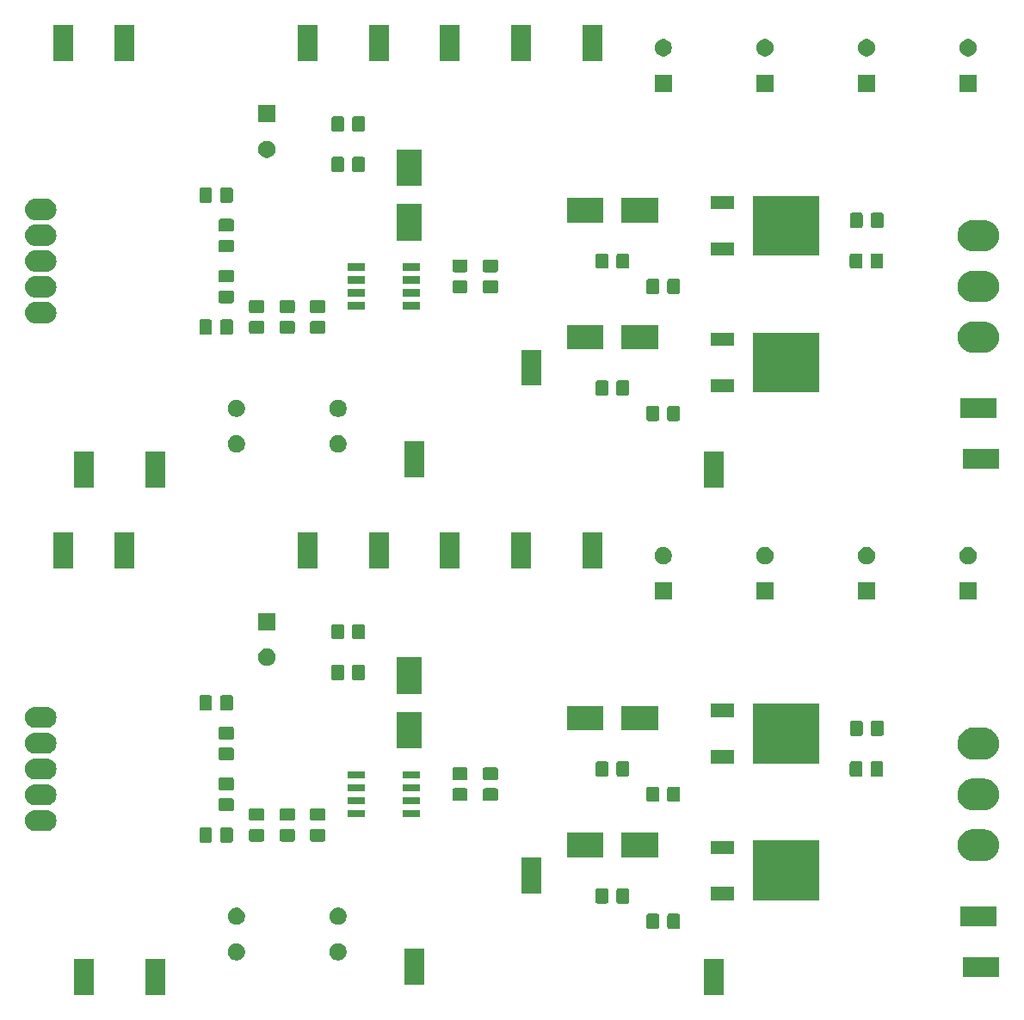
<source format=gbr>
G04 #@! TF.GenerationSoftware,KiCad,Pcbnew,5.0.2+dfsg1-1~bpo9+1*
G04 #@! TF.CreationDate,2020-01-01T01:09:12-05:00*
G04 #@! TF.ProjectId,UCCTest,55434354-6573-4742-9e6b-696361645f70,rev?*
G04 #@! TF.SameCoordinates,Original*
G04 #@! TF.FileFunction,Soldermask,Top*
G04 #@! TF.FilePolarity,Negative*
%FSLAX46Y46*%
G04 Gerber Fmt 4.6, Leading zero omitted, Abs format (unit mm)*
G04 Created by KiCad (PCBNEW 5.0.2+dfsg1-1~bpo9+1) date Wed 01 Jan 2020 01:09:12 AM EST*
%MOMM*%
%LPD*%
G01*
G04 APERTURE LIST*
%ADD10C,0.100000*%
G04 APERTURE END LIST*
D10*
G36*
X94976000Y-180776000D02*
X93024000Y-180776000D01*
X93024000Y-177224000D01*
X94976000Y-177224000D01*
X94976000Y-180776000D01*
X94976000Y-180776000D01*
G37*
G36*
X39976000Y-180776000D02*
X38024000Y-180776000D01*
X38024000Y-177224000D01*
X39976000Y-177224000D01*
X39976000Y-180776000D01*
X39976000Y-180776000D01*
G37*
G36*
X32976000Y-180776000D02*
X31024000Y-180776000D01*
X31024000Y-177224000D01*
X32976000Y-177224000D01*
X32976000Y-180776000D01*
X32976000Y-180776000D01*
G37*
G36*
X65476000Y-179776000D02*
X63524000Y-179776000D01*
X63524000Y-176224000D01*
X65476000Y-176224000D01*
X65476000Y-179776000D01*
X65476000Y-179776000D01*
G37*
G36*
X122026000Y-178976000D02*
X118474000Y-178976000D01*
X118474000Y-177024000D01*
X122026000Y-177024000D01*
X122026000Y-178976000D01*
X122026000Y-178976000D01*
G37*
G36*
X47248228Y-175681703D02*
X47403100Y-175745853D01*
X47542481Y-175838985D01*
X47661015Y-175957519D01*
X47754147Y-176096900D01*
X47818297Y-176251772D01*
X47851000Y-176416184D01*
X47851000Y-176583816D01*
X47818297Y-176748228D01*
X47754147Y-176903100D01*
X47661015Y-177042481D01*
X47542481Y-177161015D01*
X47403100Y-177254147D01*
X47248228Y-177318297D01*
X47083816Y-177351000D01*
X46916184Y-177351000D01*
X46751772Y-177318297D01*
X46596900Y-177254147D01*
X46457519Y-177161015D01*
X46338985Y-177042481D01*
X46245853Y-176903100D01*
X46181703Y-176748228D01*
X46149000Y-176583816D01*
X46149000Y-176416184D01*
X46181703Y-176251772D01*
X46245853Y-176096900D01*
X46338985Y-175957519D01*
X46457519Y-175838985D01*
X46596900Y-175745853D01*
X46751772Y-175681703D01*
X46916184Y-175649000D01*
X47083816Y-175649000D01*
X47248228Y-175681703D01*
X47248228Y-175681703D01*
G37*
G36*
X57248228Y-175681703D02*
X57403100Y-175745853D01*
X57542481Y-175838985D01*
X57661015Y-175957519D01*
X57754147Y-176096900D01*
X57818297Y-176251772D01*
X57851000Y-176416184D01*
X57851000Y-176583816D01*
X57818297Y-176748228D01*
X57754147Y-176903100D01*
X57661015Y-177042481D01*
X57542481Y-177161015D01*
X57403100Y-177254147D01*
X57248228Y-177318297D01*
X57083816Y-177351000D01*
X56916184Y-177351000D01*
X56751772Y-177318297D01*
X56596900Y-177254147D01*
X56457519Y-177161015D01*
X56338985Y-177042481D01*
X56245853Y-176903100D01*
X56181703Y-176748228D01*
X56149000Y-176583816D01*
X56149000Y-176416184D01*
X56181703Y-176251772D01*
X56245853Y-176096900D01*
X56338985Y-175957519D01*
X56457519Y-175838985D01*
X56596900Y-175745853D01*
X56751772Y-175681703D01*
X56916184Y-175649000D01*
X57083816Y-175649000D01*
X57248228Y-175681703D01*
X57248228Y-175681703D01*
G37*
G36*
X90488677Y-172753465D02*
X90526364Y-172764898D01*
X90561103Y-172783466D01*
X90591548Y-172808452D01*
X90616534Y-172838897D01*
X90635102Y-172873636D01*
X90646535Y-172911323D01*
X90651000Y-172956661D01*
X90651000Y-174043339D01*
X90646535Y-174088677D01*
X90635102Y-174126364D01*
X90616534Y-174161103D01*
X90591548Y-174191548D01*
X90561103Y-174216534D01*
X90526364Y-174235102D01*
X90488677Y-174246535D01*
X90443339Y-174251000D01*
X89606661Y-174251000D01*
X89561323Y-174246535D01*
X89523636Y-174235102D01*
X89488897Y-174216534D01*
X89458452Y-174191548D01*
X89433466Y-174161103D01*
X89414898Y-174126364D01*
X89403465Y-174088677D01*
X89399000Y-174043339D01*
X89399000Y-172956661D01*
X89403465Y-172911323D01*
X89414898Y-172873636D01*
X89433466Y-172838897D01*
X89458452Y-172808452D01*
X89488897Y-172783466D01*
X89523636Y-172764898D01*
X89561323Y-172753465D01*
X89606661Y-172749000D01*
X90443339Y-172749000D01*
X90488677Y-172753465D01*
X90488677Y-172753465D01*
G37*
G36*
X88438677Y-172753465D02*
X88476364Y-172764898D01*
X88511103Y-172783466D01*
X88541548Y-172808452D01*
X88566534Y-172838897D01*
X88585102Y-172873636D01*
X88596535Y-172911323D01*
X88601000Y-172956661D01*
X88601000Y-174043339D01*
X88596535Y-174088677D01*
X88585102Y-174126364D01*
X88566534Y-174161103D01*
X88541548Y-174191548D01*
X88511103Y-174216534D01*
X88476364Y-174235102D01*
X88438677Y-174246535D01*
X88393339Y-174251000D01*
X87556661Y-174251000D01*
X87511323Y-174246535D01*
X87473636Y-174235102D01*
X87438897Y-174216534D01*
X87408452Y-174191548D01*
X87383466Y-174161103D01*
X87364898Y-174126364D01*
X87353465Y-174088677D01*
X87349000Y-174043339D01*
X87349000Y-172956661D01*
X87353465Y-172911323D01*
X87364898Y-172873636D01*
X87383466Y-172838897D01*
X87408452Y-172808452D01*
X87438897Y-172783466D01*
X87473636Y-172764898D01*
X87511323Y-172753465D01*
X87556661Y-172749000D01*
X88393339Y-172749000D01*
X88438677Y-172753465D01*
X88438677Y-172753465D01*
G37*
G36*
X121776000Y-173976000D02*
X118224000Y-173976000D01*
X118224000Y-172024000D01*
X121776000Y-172024000D01*
X121776000Y-173976000D01*
X121776000Y-173976000D01*
G37*
G36*
X57248228Y-172181703D02*
X57403100Y-172245853D01*
X57542481Y-172338985D01*
X57661015Y-172457519D01*
X57754147Y-172596900D01*
X57818297Y-172751772D01*
X57851000Y-172916184D01*
X57851000Y-173083816D01*
X57818297Y-173248228D01*
X57754147Y-173403100D01*
X57661015Y-173542481D01*
X57542481Y-173661015D01*
X57403100Y-173754147D01*
X57248228Y-173818297D01*
X57083816Y-173851000D01*
X56916184Y-173851000D01*
X56751772Y-173818297D01*
X56596900Y-173754147D01*
X56457519Y-173661015D01*
X56338985Y-173542481D01*
X56245853Y-173403100D01*
X56181703Y-173248228D01*
X56149000Y-173083816D01*
X56149000Y-172916184D01*
X56181703Y-172751772D01*
X56245853Y-172596900D01*
X56338985Y-172457519D01*
X56457519Y-172338985D01*
X56596900Y-172245853D01*
X56751772Y-172181703D01*
X56916184Y-172149000D01*
X57083816Y-172149000D01*
X57248228Y-172181703D01*
X57248228Y-172181703D01*
G37*
G36*
X47248228Y-172181703D02*
X47403100Y-172245853D01*
X47542481Y-172338985D01*
X47661015Y-172457519D01*
X47754147Y-172596900D01*
X47818297Y-172751772D01*
X47851000Y-172916184D01*
X47851000Y-173083816D01*
X47818297Y-173248228D01*
X47754147Y-173403100D01*
X47661015Y-173542481D01*
X47542481Y-173661015D01*
X47403100Y-173754147D01*
X47248228Y-173818297D01*
X47083816Y-173851000D01*
X46916184Y-173851000D01*
X46751772Y-173818297D01*
X46596900Y-173754147D01*
X46457519Y-173661015D01*
X46338985Y-173542481D01*
X46245853Y-173403100D01*
X46181703Y-173248228D01*
X46149000Y-173083816D01*
X46149000Y-172916184D01*
X46181703Y-172751772D01*
X46245853Y-172596900D01*
X46338985Y-172457519D01*
X46457519Y-172338985D01*
X46596900Y-172245853D01*
X46751772Y-172181703D01*
X46916184Y-172149000D01*
X47083816Y-172149000D01*
X47248228Y-172181703D01*
X47248228Y-172181703D01*
G37*
G36*
X85488677Y-170253465D02*
X85526364Y-170264898D01*
X85561103Y-170283466D01*
X85591548Y-170308452D01*
X85616534Y-170338897D01*
X85635102Y-170373636D01*
X85646535Y-170411323D01*
X85651000Y-170456661D01*
X85651000Y-171543339D01*
X85646535Y-171588677D01*
X85635102Y-171626364D01*
X85616534Y-171661103D01*
X85591548Y-171691548D01*
X85561103Y-171716534D01*
X85526364Y-171735102D01*
X85488677Y-171746535D01*
X85443339Y-171751000D01*
X84606661Y-171751000D01*
X84561323Y-171746535D01*
X84523636Y-171735102D01*
X84488897Y-171716534D01*
X84458452Y-171691548D01*
X84433466Y-171661103D01*
X84414898Y-171626364D01*
X84403465Y-171588677D01*
X84399000Y-171543339D01*
X84399000Y-170456661D01*
X84403465Y-170411323D01*
X84414898Y-170373636D01*
X84433466Y-170338897D01*
X84458452Y-170308452D01*
X84488897Y-170283466D01*
X84523636Y-170264898D01*
X84561323Y-170253465D01*
X84606661Y-170249000D01*
X85443339Y-170249000D01*
X85488677Y-170253465D01*
X85488677Y-170253465D01*
G37*
G36*
X83438677Y-170253465D02*
X83476364Y-170264898D01*
X83511103Y-170283466D01*
X83541548Y-170308452D01*
X83566534Y-170338897D01*
X83585102Y-170373636D01*
X83596535Y-170411323D01*
X83601000Y-170456661D01*
X83601000Y-171543339D01*
X83596535Y-171588677D01*
X83585102Y-171626364D01*
X83566534Y-171661103D01*
X83541548Y-171691548D01*
X83511103Y-171716534D01*
X83476364Y-171735102D01*
X83438677Y-171746535D01*
X83393339Y-171751000D01*
X82556661Y-171751000D01*
X82511323Y-171746535D01*
X82473636Y-171735102D01*
X82438897Y-171716534D01*
X82408452Y-171691548D01*
X82383466Y-171661103D01*
X82364898Y-171626364D01*
X82353465Y-171588677D01*
X82349000Y-171543339D01*
X82349000Y-170456661D01*
X82353465Y-170411323D01*
X82364898Y-170373636D01*
X82383466Y-170338897D01*
X82408452Y-170308452D01*
X82438897Y-170283466D01*
X82473636Y-170264898D01*
X82511323Y-170253465D01*
X82556661Y-170249000D01*
X83393339Y-170249000D01*
X83438677Y-170253465D01*
X83438677Y-170253465D01*
G37*
G36*
X104351000Y-171451000D02*
X97849000Y-171451000D01*
X97849000Y-165549000D01*
X104351000Y-165549000D01*
X104351000Y-171451000D01*
X104351000Y-171451000D01*
G37*
G36*
X95951000Y-171431000D02*
X93649000Y-171431000D01*
X93649000Y-170129000D01*
X95951000Y-170129000D01*
X95951000Y-171431000D01*
X95951000Y-171431000D01*
G37*
G36*
X76976000Y-170776000D02*
X75024000Y-170776000D01*
X75024000Y-167224000D01*
X76976000Y-167224000D01*
X76976000Y-170776000D01*
X76976000Y-170776000D01*
G37*
G36*
X120652143Y-164456481D02*
X120804049Y-164471442D01*
X120963998Y-164519962D01*
X121096415Y-164560130D01*
X121183467Y-164606661D01*
X121365858Y-164704151D01*
X121602029Y-164897971D01*
X121795849Y-165134142D01*
X121887340Y-165305310D01*
X121939870Y-165403585D01*
X121939870Y-165403586D01*
X122028558Y-165695951D01*
X122058504Y-166000000D01*
X122028558Y-166304049D01*
X121969433Y-166498959D01*
X121939870Y-166596415D01*
X121887340Y-166694690D01*
X121795849Y-166865858D01*
X121602029Y-167102029D01*
X121365858Y-167295849D01*
X121194690Y-167387340D01*
X121096415Y-167439870D01*
X120998959Y-167469433D01*
X120804049Y-167528558D01*
X120652143Y-167543519D01*
X120576191Y-167551000D01*
X119423809Y-167551000D01*
X119347857Y-167543519D01*
X119195951Y-167528558D01*
X119001041Y-167469433D01*
X118903585Y-167439870D01*
X118805310Y-167387340D01*
X118634142Y-167295849D01*
X118397971Y-167102029D01*
X118204151Y-166865858D01*
X118112660Y-166694690D01*
X118060130Y-166596415D01*
X118030567Y-166498959D01*
X117971442Y-166304049D01*
X117941496Y-166000000D01*
X117971442Y-165695951D01*
X118060130Y-165403586D01*
X118060130Y-165403585D01*
X118112660Y-165305310D01*
X118204151Y-165134142D01*
X118397971Y-164897971D01*
X118634142Y-164704151D01*
X118816533Y-164606661D01*
X118903585Y-164560130D01*
X119036002Y-164519962D01*
X119195951Y-164471442D01*
X119347857Y-164456481D01*
X119423809Y-164449000D01*
X120576191Y-164449000D01*
X120652143Y-164456481D01*
X120652143Y-164456481D01*
G37*
G36*
X83101000Y-167201000D02*
X79499000Y-167201000D01*
X79499000Y-164799000D01*
X83101000Y-164799000D01*
X83101000Y-167201000D01*
X83101000Y-167201000D01*
G37*
G36*
X88501000Y-167201000D02*
X84899000Y-167201000D01*
X84899000Y-164799000D01*
X88501000Y-164799000D01*
X88501000Y-167201000D01*
X88501000Y-167201000D01*
G37*
G36*
X95951000Y-166871000D02*
X93649000Y-166871000D01*
X93649000Y-165569000D01*
X95951000Y-165569000D01*
X95951000Y-166871000D01*
X95951000Y-166871000D01*
G37*
G36*
X46488677Y-164253465D02*
X46526364Y-164264898D01*
X46561103Y-164283466D01*
X46591548Y-164308452D01*
X46616534Y-164338897D01*
X46635102Y-164373636D01*
X46646535Y-164411323D01*
X46651000Y-164456661D01*
X46651000Y-165543339D01*
X46646535Y-165588677D01*
X46635102Y-165626364D01*
X46616534Y-165661103D01*
X46591548Y-165691548D01*
X46561103Y-165716534D01*
X46526364Y-165735102D01*
X46488677Y-165746535D01*
X46443339Y-165751000D01*
X45606661Y-165751000D01*
X45561323Y-165746535D01*
X45523636Y-165735102D01*
X45488897Y-165716534D01*
X45458452Y-165691548D01*
X45433466Y-165661103D01*
X45414898Y-165626364D01*
X45403465Y-165588677D01*
X45399000Y-165543339D01*
X45399000Y-164456661D01*
X45403465Y-164411323D01*
X45414898Y-164373636D01*
X45433466Y-164338897D01*
X45458452Y-164308452D01*
X45488897Y-164283466D01*
X45523636Y-164264898D01*
X45561323Y-164253465D01*
X45606661Y-164249000D01*
X46443339Y-164249000D01*
X46488677Y-164253465D01*
X46488677Y-164253465D01*
G37*
G36*
X44438677Y-164253465D02*
X44476364Y-164264898D01*
X44511103Y-164283466D01*
X44541548Y-164308452D01*
X44566534Y-164338897D01*
X44585102Y-164373636D01*
X44596535Y-164411323D01*
X44601000Y-164456661D01*
X44601000Y-165543339D01*
X44596535Y-165588677D01*
X44585102Y-165626364D01*
X44566534Y-165661103D01*
X44541548Y-165691548D01*
X44511103Y-165716534D01*
X44476364Y-165735102D01*
X44438677Y-165746535D01*
X44393339Y-165751000D01*
X43556661Y-165751000D01*
X43511323Y-165746535D01*
X43473636Y-165735102D01*
X43438897Y-165716534D01*
X43408452Y-165691548D01*
X43383466Y-165661103D01*
X43364898Y-165626364D01*
X43353465Y-165588677D01*
X43349000Y-165543339D01*
X43349000Y-164456661D01*
X43353465Y-164411323D01*
X43364898Y-164373636D01*
X43383466Y-164338897D01*
X43408452Y-164308452D01*
X43438897Y-164283466D01*
X43473636Y-164264898D01*
X43511323Y-164253465D01*
X43556661Y-164249000D01*
X44393339Y-164249000D01*
X44438677Y-164253465D01*
X44438677Y-164253465D01*
G37*
G36*
X49588677Y-164403465D02*
X49626364Y-164414898D01*
X49661103Y-164433466D01*
X49691548Y-164458452D01*
X49716534Y-164488897D01*
X49735102Y-164523636D01*
X49746535Y-164561323D01*
X49751000Y-164606661D01*
X49751000Y-165443339D01*
X49746535Y-165488677D01*
X49735102Y-165526364D01*
X49716534Y-165561103D01*
X49691548Y-165591548D01*
X49661103Y-165616534D01*
X49626364Y-165635102D01*
X49588677Y-165646535D01*
X49543339Y-165651000D01*
X48456661Y-165651000D01*
X48411323Y-165646535D01*
X48373636Y-165635102D01*
X48338897Y-165616534D01*
X48308452Y-165591548D01*
X48283466Y-165561103D01*
X48264898Y-165526364D01*
X48253465Y-165488677D01*
X48249000Y-165443339D01*
X48249000Y-164606661D01*
X48253465Y-164561323D01*
X48264898Y-164523636D01*
X48283466Y-164488897D01*
X48308452Y-164458452D01*
X48338897Y-164433466D01*
X48373636Y-164414898D01*
X48411323Y-164403465D01*
X48456661Y-164399000D01*
X49543339Y-164399000D01*
X49588677Y-164403465D01*
X49588677Y-164403465D01*
G37*
G36*
X55588677Y-164403465D02*
X55626364Y-164414898D01*
X55661103Y-164433466D01*
X55691548Y-164458452D01*
X55716534Y-164488897D01*
X55735102Y-164523636D01*
X55746535Y-164561323D01*
X55751000Y-164606661D01*
X55751000Y-165443339D01*
X55746535Y-165488677D01*
X55735102Y-165526364D01*
X55716534Y-165561103D01*
X55691548Y-165591548D01*
X55661103Y-165616534D01*
X55626364Y-165635102D01*
X55588677Y-165646535D01*
X55543339Y-165651000D01*
X54456661Y-165651000D01*
X54411323Y-165646535D01*
X54373636Y-165635102D01*
X54338897Y-165616534D01*
X54308452Y-165591548D01*
X54283466Y-165561103D01*
X54264898Y-165526364D01*
X54253465Y-165488677D01*
X54249000Y-165443339D01*
X54249000Y-164606661D01*
X54253465Y-164561323D01*
X54264898Y-164523636D01*
X54283466Y-164488897D01*
X54308452Y-164458452D01*
X54338897Y-164433466D01*
X54373636Y-164414898D01*
X54411323Y-164403465D01*
X54456661Y-164399000D01*
X55543339Y-164399000D01*
X55588677Y-164403465D01*
X55588677Y-164403465D01*
G37*
G36*
X52588677Y-164403465D02*
X52626364Y-164414898D01*
X52661103Y-164433466D01*
X52691548Y-164458452D01*
X52716534Y-164488897D01*
X52735102Y-164523636D01*
X52746535Y-164561323D01*
X52751000Y-164606661D01*
X52751000Y-165443339D01*
X52746535Y-165488677D01*
X52735102Y-165526364D01*
X52716534Y-165561103D01*
X52691548Y-165591548D01*
X52661103Y-165616534D01*
X52626364Y-165635102D01*
X52588677Y-165646535D01*
X52543339Y-165651000D01*
X51456661Y-165651000D01*
X51411323Y-165646535D01*
X51373636Y-165635102D01*
X51338897Y-165616534D01*
X51308452Y-165591548D01*
X51283466Y-165561103D01*
X51264898Y-165526364D01*
X51253465Y-165488677D01*
X51249000Y-165443339D01*
X51249000Y-164606661D01*
X51253465Y-164561323D01*
X51264898Y-164523636D01*
X51283466Y-164488897D01*
X51308452Y-164458452D01*
X51338897Y-164433466D01*
X51373636Y-164414898D01*
X51411323Y-164403465D01*
X51456661Y-164399000D01*
X52543339Y-164399000D01*
X52588677Y-164403465D01*
X52588677Y-164403465D01*
G37*
G36*
X28332510Y-162532041D02*
X28456032Y-162544207D01*
X28654146Y-162604305D01*
X28836729Y-162701897D01*
X28996765Y-162833235D01*
X29128103Y-162993271D01*
X29225695Y-163175854D01*
X29285793Y-163373968D01*
X29306085Y-163580000D01*
X29285793Y-163786032D01*
X29225695Y-163984146D01*
X29128103Y-164166729D01*
X28996765Y-164326765D01*
X28836729Y-164458103D01*
X28654146Y-164555695D01*
X28456032Y-164615793D01*
X28332510Y-164627959D01*
X28301631Y-164631000D01*
X27198369Y-164631000D01*
X27167490Y-164627959D01*
X27043968Y-164615793D01*
X26845854Y-164555695D01*
X26663271Y-164458103D01*
X26503235Y-164326765D01*
X26371897Y-164166729D01*
X26274305Y-163984146D01*
X26214207Y-163786032D01*
X26193915Y-163580000D01*
X26214207Y-163373968D01*
X26274305Y-163175854D01*
X26371897Y-162993271D01*
X26503235Y-162833235D01*
X26663271Y-162701897D01*
X26845854Y-162604305D01*
X27043968Y-162544207D01*
X27167490Y-162532041D01*
X27198369Y-162529000D01*
X28301631Y-162529000D01*
X28332510Y-162532041D01*
X28332510Y-162532041D01*
G37*
G36*
X52588677Y-162353465D02*
X52626364Y-162364898D01*
X52661103Y-162383466D01*
X52691548Y-162408452D01*
X52716534Y-162438897D01*
X52735102Y-162473636D01*
X52746535Y-162511323D01*
X52751000Y-162556661D01*
X52751000Y-163393339D01*
X52746535Y-163438677D01*
X52735102Y-163476364D01*
X52716534Y-163511103D01*
X52691548Y-163541548D01*
X52661103Y-163566534D01*
X52626364Y-163585102D01*
X52588677Y-163596535D01*
X52543339Y-163601000D01*
X51456661Y-163601000D01*
X51411323Y-163596535D01*
X51373636Y-163585102D01*
X51338897Y-163566534D01*
X51308452Y-163541548D01*
X51283466Y-163511103D01*
X51264898Y-163476364D01*
X51253465Y-163438677D01*
X51249000Y-163393339D01*
X51249000Y-162556661D01*
X51253465Y-162511323D01*
X51264898Y-162473636D01*
X51283466Y-162438897D01*
X51308452Y-162408452D01*
X51338897Y-162383466D01*
X51373636Y-162364898D01*
X51411323Y-162353465D01*
X51456661Y-162349000D01*
X52543339Y-162349000D01*
X52588677Y-162353465D01*
X52588677Y-162353465D01*
G37*
G36*
X49588677Y-162353465D02*
X49626364Y-162364898D01*
X49661103Y-162383466D01*
X49691548Y-162408452D01*
X49716534Y-162438897D01*
X49735102Y-162473636D01*
X49746535Y-162511323D01*
X49751000Y-162556661D01*
X49751000Y-163393339D01*
X49746535Y-163438677D01*
X49735102Y-163476364D01*
X49716534Y-163511103D01*
X49691548Y-163541548D01*
X49661103Y-163566534D01*
X49626364Y-163585102D01*
X49588677Y-163596535D01*
X49543339Y-163601000D01*
X48456661Y-163601000D01*
X48411323Y-163596535D01*
X48373636Y-163585102D01*
X48338897Y-163566534D01*
X48308452Y-163541548D01*
X48283466Y-163511103D01*
X48264898Y-163476364D01*
X48253465Y-163438677D01*
X48249000Y-163393339D01*
X48249000Y-162556661D01*
X48253465Y-162511323D01*
X48264898Y-162473636D01*
X48283466Y-162438897D01*
X48308452Y-162408452D01*
X48338897Y-162383466D01*
X48373636Y-162364898D01*
X48411323Y-162353465D01*
X48456661Y-162349000D01*
X49543339Y-162349000D01*
X49588677Y-162353465D01*
X49588677Y-162353465D01*
G37*
G36*
X55588677Y-162353465D02*
X55626364Y-162364898D01*
X55661103Y-162383466D01*
X55691548Y-162408452D01*
X55716534Y-162438897D01*
X55735102Y-162473636D01*
X55746535Y-162511323D01*
X55751000Y-162556661D01*
X55751000Y-163393339D01*
X55746535Y-163438677D01*
X55735102Y-163476364D01*
X55716534Y-163511103D01*
X55691548Y-163541548D01*
X55661103Y-163566534D01*
X55626364Y-163585102D01*
X55588677Y-163596535D01*
X55543339Y-163601000D01*
X54456661Y-163601000D01*
X54411323Y-163596535D01*
X54373636Y-163585102D01*
X54338897Y-163566534D01*
X54308452Y-163541548D01*
X54283466Y-163511103D01*
X54264898Y-163476364D01*
X54253465Y-163438677D01*
X54249000Y-163393339D01*
X54249000Y-162556661D01*
X54253465Y-162511323D01*
X54264898Y-162473636D01*
X54283466Y-162438897D01*
X54308452Y-162408452D01*
X54338897Y-162383466D01*
X54373636Y-162364898D01*
X54411323Y-162353465D01*
X54456661Y-162349000D01*
X55543339Y-162349000D01*
X55588677Y-162353465D01*
X55588677Y-162353465D01*
G37*
G36*
X65026000Y-163256000D02*
X63374000Y-163256000D01*
X63374000Y-162554000D01*
X65026000Y-162554000D01*
X65026000Y-163256000D01*
X65026000Y-163256000D01*
G37*
G36*
X59626000Y-163256000D02*
X57974000Y-163256000D01*
X57974000Y-162554000D01*
X59626000Y-162554000D01*
X59626000Y-163256000D01*
X59626000Y-163256000D01*
G37*
G36*
X46588677Y-161403465D02*
X46626364Y-161414898D01*
X46661103Y-161433466D01*
X46691548Y-161458452D01*
X46716534Y-161488897D01*
X46735102Y-161523636D01*
X46746535Y-161561323D01*
X46751000Y-161606661D01*
X46751000Y-162443339D01*
X46746535Y-162488677D01*
X46735102Y-162526364D01*
X46716534Y-162561103D01*
X46691548Y-162591548D01*
X46661103Y-162616534D01*
X46626364Y-162635102D01*
X46588677Y-162646535D01*
X46543339Y-162651000D01*
X45456661Y-162651000D01*
X45411323Y-162646535D01*
X45373636Y-162635102D01*
X45338897Y-162616534D01*
X45308452Y-162591548D01*
X45283466Y-162561103D01*
X45264898Y-162526364D01*
X45253465Y-162488677D01*
X45249000Y-162443339D01*
X45249000Y-161606661D01*
X45253465Y-161561323D01*
X45264898Y-161523636D01*
X45283466Y-161488897D01*
X45308452Y-161458452D01*
X45338897Y-161433466D01*
X45373636Y-161414898D01*
X45411323Y-161403465D01*
X45456661Y-161399000D01*
X46543339Y-161399000D01*
X46588677Y-161403465D01*
X46588677Y-161403465D01*
G37*
G36*
X120652143Y-159456481D02*
X120804049Y-159471442D01*
X120968349Y-159521282D01*
X121096415Y-159560130D01*
X121194690Y-159612660D01*
X121365858Y-159704151D01*
X121602029Y-159897971D01*
X121795849Y-160134142D01*
X121868316Y-160269718D01*
X121939870Y-160403585D01*
X121965749Y-160488897D01*
X122028558Y-160695951D01*
X122058504Y-161000000D01*
X122028558Y-161304049D01*
X122005874Y-161378827D01*
X121939870Y-161596415D01*
X121899852Y-161671282D01*
X121795849Y-161865858D01*
X121602029Y-162102029D01*
X121365858Y-162295849D01*
X121227659Y-162369718D01*
X121096415Y-162439870D01*
X120998959Y-162469433D01*
X120804049Y-162528558D01*
X120652143Y-162543519D01*
X120576191Y-162551000D01*
X119423809Y-162551000D01*
X119347857Y-162543519D01*
X119195951Y-162528558D01*
X119001041Y-162469433D01*
X118903585Y-162439870D01*
X118772341Y-162369718D01*
X118634142Y-162295849D01*
X118397971Y-162102029D01*
X118204151Y-161865858D01*
X118100148Y-161671282D01*
X118060130Y-161596415D01*
X117994126Y-161378827D01*
X117971442Y-161304049D01*
X117941496Y-161000000D01*
X117971442Y-160695951D01*
X118034251Y-160488897D01*
X118060130Y-160403585D01*
X118131684Y-160269718D01*
X118204151Y-160134142D01*
X118397971Y-159897971D01*
X118634142Y-159704151D01*
X118805310Y-159612660D01*
X118903585Y-159560130D01*
X119031651Y-159521282D01*
X119195951Y-159471442D01*
X119347857Y-159456481D01*
X119423809Y-159449000D01*
X120576191Y-159449000D01*
X120652143Y-159456481D01*
X120652143Y-159456481D01*
G37*
G36*
X28332510Y-159992041D02*
X28456032Y-160004207D01*
X28654146Y-160064305D01*
X28836729Y-160161897D01*
X28996765Y-160293235D01*
X29128103Y-160453271D01*
X29225695Y-160635854D01*
X29285793Y-160833968D01*
X29306085Y-161040000D01*
X29285793Y-161246032D01*
X29225695Y-161444146D01*
X29128103Y-161626729D01*
X28996765Y-161786765D01*
X28836729Y-161918103D01*
X28654146Y-162015695D01*
X28456032Y-162075793D01*
X28332510Y-162087959D01*
X28301631Y-162091000D01*
X27198369Y-162091000D01*
X27167490Y-162087959D01*
X27043968Y-162075793D01*
X26845854Y-162015695D01*
X26663271Y-161918103D01*
X26503235Y-161786765D01*
X26371897Y-161626729D01*
X26274305Y-161444146D01*
X26214207Y-161246032D01*
X26193915Y-161040000D01*
X26214207Y-160833968D01*
X26274305Y-160635854D01*
X26371897Y-160453271D01*
X26503235Y-160293235D01*
X26663271Y-160161897D01*
X26845854Y-160064305D01*
X27043968Y-160004207D01*
X27167490Y-159992041D01*
X27198369Y-159989000D01*
X28301631Y-159989000D01*
X28332510Y-159992041D01*
X28332510Y-159992041D01*
G37*
G36*
X65026000Y-161986000D02*
X63374000Y-161986000D01*
X63374000Y-161284000D01*
X65026000Y-161284000D01*
X65026000Y-161986000D01*
X65026000Y-161986000D01*
G37*
G36*
X59626000Y-161986000D02*
X57974000Y-161986000D01*
X57974000Y-161284000D01*
X59626000Y-161284000D01*
X59626000Y-161986000D01*
X59626000Y-161986000D01*
G37*
G36*
X88438677Y-160253465D02*
X88476364Y-160264898D01*
X88511103Y-160283466D01*
X88541548Y-160308452D01*
X88566534Y-160338897D01*
X88585102Y-160373636D01*
X88596535Y-160411323D01*
X88601000Y-160456661D01*
X88601000Y-161543339D01*
X88596535Y-161588677D01*
X88585102Y-161626364D01*
X88566534Y-161661103D01*
X88541548Y-161691548D01*
X88511103Y-161716534D01*
X88476364Y-161735102D01*
X88438677Y-161746535D01*
X88393339Y-161751000D01*
X87556661Y-161751000D01*
X87511323Y-161746535D01*
X87473636Y-161735102D01*
X87438897Y-161716534D01*
X87408452Y-161691548D01*
X87383466Y-161661103D01*
X87364898Y-161626364D01*
X87353465Y-161588677D01*
X87349000Y-161543339D01*
X87349000Y-160456661D01*
X87353465Y-160411323D01*
X87364898Y-160373636D01*
X87383466Y-160338897D01*
X87408452Y-160308452D01*
X87438897Y-160283466D01*
X87473636Y-160264898D01*
X87511323Y-160253465D01*
X87556661Y-160249000D01*
X88393339Y-160249000D01*
X88438677Y-160253465D01*
X88438677Y-160253465D01*
G37*
G36*
X90488677Y-160253465D02*
X90526364Y-160264898D01*
X90561103Y-160283466D01*
X90591548Y-160308452D01*
X90616534Y-160338897D01*
X90635102Y-160373636D01*
X90646535Y-160411323D01*
X90651000Y-160456661D01*
X90651000Y-161543339D01*
X90646535Y-161588677D01*
X90635102Y-161626364D01*
X90616534Y-161661103D01*
X90591548Y-161691548D01*
X90561103Y-161716534D01*
X90526364Y-161735102D01*
X90488677Y-161746535D01*
X90443339Y-161751000D01*
X89606661Y-161751000D01*
X89561323Y-161746535D01*
X89523636Y-161735102D01*
X89488897Y-161716534D01*
X89458452Y-161691548D01*
X89433466Y-161661103D01*
X89414898Y-161626364D01*
X89403465Y-161588677D01*
X89399000Y-161543339D01*
X89399000Y-160456661D01*
X89403465Y-160411323D01*
X89414898Y-160373636D01*
X89433466Y-160338897D01*
X89458452Y-160308452D01*
X89488897Y-160283466D01*
X89523636Y-160264898D01*
X89561323Y-160253465D01*
X89606661Y-160249000D01*
X90443339Y-160249000D01*
X90488677Y-160253465D01*
X90488677Y-160253465D01*
G37*
G36*
X69588677Y-160403465D02*
X69626364Y-160414898D01*
X69661103Y-160433466D01*
X69691548Y-160458452D01*
X69716534Y-160488897D01*
X69735102Y-160523636D01*
X69746535Y-160561323D01*
X69751000Y-160606661D01*
X69751000Y-161443339D01*
X69746535Y-161488677D01*
X69735102Y-161526364D01*
X69716534Y-161561103D01*
X69691548Y-161591548D01*
X69661103Y-161616534D01*
X69626364Y-161635102D01*
X69588677Y-161646535D01*
X69543339Y-161651000D01*
X68456661Y-161651000D01*
X68411323Y-161646535D01*
X68373636Y-161635102D01*
X68338897Y-161616534D01*
X68308452Y-161591548D01*
X68283466Y-161561103D01*
X68264898Y-161526364D01*
X68253465Y-161488677D01*
X68249000Y-161443339D01*
X68249000Y-160606661D01*
X68253465Y-160561323D01*
X68264898Y-160523636D01*
X68283466Y-160488897D01*
X68308452Y-160458452D01*
X68338897Y-160433466D01*
X68373636Y-160414898D01*
X68411323Y-160403465D01*
X68456661Y-160399000D01*
X69543339Y-160399000D01*
X69588677Y-160403465D01*
X69588677Y-160403465D01*
G37*
G36*
X72588677Y-160403465D02*
X72626364Y-160414898D01*
X72661103Y-160433466D01*
X72691548Y-160458452D01*
X72716534Y-160488897D01*
X72735102Y-160523636D01*
X72746535Y-160561323D01*
X72751000Y-160606661D01*
X72751000Y-161443339D01*
X72746535Y-161488677D01*
X72735102Y-161526364D01*
X72716534Y-161561103D01*
X72691548Y-161591548D01*
X72661103Y-161616534D01*
X72626364Y-161635102D01*
X72588677Y-161646535D01*
X72543339Y-161651000D01*
X71456661Y-161651000D01*
X71411323Y-161646535D01*
X71373636Y-161635102D01*
X71338897Y-161616534D01*
X71308452Y-161591548D01*
X71283466Y-161561103D01*
X71264898Y-161526364D01*
X71253465Y-161488677D01*
X71249000Y-161443339D01*
X71249000Y-160606661D01*
X71253465Y-160561323D01*
X71264898Y-160523636D01*
X71283466Y-160488897D01*
X71308452Y-160458452D01*
X71338897Y-160433466D01*
X71373636Y-160414898D01*
X71411323Y-160403465D01*
X71456661Y-160399000D01*
X72543339Y-160399000D01*
X72588677Y-160403465D01*
X72588677Y-160403465D01*
G37*
G36*
X59626000Y-160716000D02*
X57974000Y-160716000D01*
X57974000Y-160014000D01*
X59626000Y-160014000D01*
X59626000Y-160716000D01*
X59626000Y-160716000D01*
G37*
G36*
X65026000Y-160716000D02*
X63374000Y-160716000D01*
X63374000Y-160014000D01*
X65026000Y-160014000D01*
X65026000Y-160716000D01*
X65026000Y-160716000D01*
G37*
G36*
X46588677Y-159353465D02*
X46626364Y-159364898D01*
X46661103Y-159383466D01*
X46691548Y-159408452D01*
X46716534Y-159438897D01*
X46735102Y-159473636D01*
X46746535Y-159511323D01*
X46751000Y-159556661D01*
X46751000Y-160393339D01*
X46746535Y-160438677D01*
X46735102Y-160476364D01*
X46716534Y-160511103D01*
X46691548Y-160541548D01*
X46661103Y-160566534D01*
X46626364Y-160585102D01*
X46588677Y-160596535D01*
X46543339Y-160601000D01*
X45456661Y-160601000D01*
X45411323Y-160596535D01*
X45373636Y-160585102D01*
X45338897Y-160566534D01*
X45308452Y-160541548D01*
X45283466Y-160511103D01*
X45264898Y-160476364D01*
X45253465Y-160438677D01*
X45249000Y-160393339D01*
X45249000Y-159556661D01*
X45253465Y-159511323D01*
X45264898Y-159473636D01*
X45283466Y-159438897D01*
X45308452Y-159408452D01*
X45338897Y-159383466D01*
X45373636Y-159364898D01*
X45411323Y-159353465D01*
X45456661Y-159349000D01*
X46543339Y-159349000D01*
X46588677Y-159353465D01*
X46588677Y-159353465D01*
G37*
G36*
X69588677Y-158353465D02*
X69626364Y-158364898D01*
X69661103Y-158383466D01*
X69691548Y-158408452D01*
X69716534Y-158438897D01*
X69735102Y-158473636D01*
X69746535Y-158511323D01*
X69751000Y-158556661D01*
X69751000Y-159393339D01*
X69746535Y-159438677D01*
X69735102Y-159476364D01*
X69716534Y-159511103D01*
X69691548Y-159541548D01*
X69661103Y-159566534D01*
X69626364Y-159585102D01*
X69588677Y-159596535D01*
X69543339Y-159601000D01*
X68456661Y-159601000D01*
X68411323Y-159596535D01*
X68373636Y-159585102D01*
X68338897Y-159566534D01*
X68308452Y-159541548D01*
X68283466Y-159511103D01*
X68264898Y-159476364D01*
X68253465Y-159438677D01*
X68249000Y-159393339D01*
X68249000Y-158556661D01*
X68253465Y-158511323D01*
X68264898Y-158473636D01*
X68283466Y-158438897D01*
X68308452Y-158408452D01*
X68338897Y-158383466D01*
X68373636Y-158364898D01*
X68411323Y-158353465D01*
X68456661Y-158349000D01*
X69543339Y-158349000D01*
X69588677Y-158353465D01*
X69588677Y-158353465D01*
G37*
G36*
X72588677Y-158353465D02*
X72626364Y-158364898D01*
X72661103Y-158383466D01*
X72691548Y-158408452D01*
X72716534Y-158438897D01*
X72735102Y-158473636D01*
X72746535Y-158511323D01*
X72751000Y-158556661D01*
X72751000Y-159393339D01*
X72746535Y-159438677D01*
X72735102Y-159476364D01*
X72716534Y-159511103D01*
X72691548Y-159541548D01*
X72661103Y-159566534D01*
X72626364Y-159585102D01*
X72588677Y-159596535D01*
X72543339Y-159601000D01*
X71456661Y-159601000D01*
X71411323Y-159596535D01*
X71373636Y-159585102D01*
X71338897Y-159566534D01*
X71308452Y-159541548D01*
X71283466Y-159511103D01*
X71264898Y-159476364D01*
X71253465Y-159438677D01*
X71249000Y-159393339D01*
X71249000Y-158556661D01*
X71253465Y-158511323D01*
X71264898Y-158473636D01*
X71283466Y-158438897D01*
X71308452Y-158408452D01*
X71338897Y-158383466D01*
X71373636Y-158364898D01*
X71411323Y-158353465D01*
X71456661Y-158349000D01*
X72543339Y-158349000D01*
X72588677Y-158353465D01*
X72588677Y-158353465D01*
G37*
G36*
X28332510Y-157452041D02*
X28456032Y-157464207D01*
X28654146Y-157524305D01*
X28836729Y-157621897D01*
X28996765Y-157753235D01*
X29128103Y-157913271D01*
X29225695Y-158095854D01*
X29285793Y-158293968D01*
X29306085Y-158500000D01*
X29285793Y-158706032D01*
X29225695Y-158904146D01*
X29128103Y-159086729D01*
X28996765Y-159246765D01*
X28836729Y-159378103D01*
X28654146Y-159475695D01*
X28456032Y-159535793D01*
X28332510Y-159547959D01*
X28301631Y-159551000D01*
X27198369Y-159551000D01*
X27167490Y-159547959D01*
X27043968Y-159535793D01*
X26845854Y-159475695D01*
X26663271Y-159378103D01*
X26503235Y-159246765D01*
X26371897Y-159086729D01*
X26274305Y-158904146D01*
X26214207Y-158706032D01*
X26193915Y-158500000D01*
X26214207Y-158293968D01*
X26274305Y-158095854D01*
X26371897Y-157913271D01*
X26503235Y-157753235D01*
X26663271Y-157621897D01*
X26845854Y-157524305D01*
X27043968Y-157464207D01*
X27167490Y-157452041D01*
X27198369Y-157449000D01*
X28301631Y-157449000D01*
X28332510Y-157452041D01*
X28332510Y-157452041D01*
G37*
G36*
X59626000Y-159446000D02*
X57974000Y-159446000D01*
X57974000Y-158744000D01*
X59626000Y-158744000D01*
X59626000Y-159446000D01*
X59626000Y-159446000D01*
G37*
G36*
X65026000Y-159446000D02*
X63374000Y-159446000D01*
X63374000Y-158744000D01*
X65026000Y-158744000D01*
X65026000Y-159446000D01*
X65026000Y-159446000D01*
G37*
G36*
X108438677Y-157753465D02*
X108476364Y-157764898D01*
X108511103Y-157783466D01*
X108541548Y-157808452D01*
X108566534Y-157838897D01*
X108585102Y-157873636D01*
X108596535Y-157911323D01*
X108601000Y-157956661D01*
X108601000Y-159043339D01*
X108596535Y-159088677D01*
X108585102Y-159126364D01*
X108566534Y-159161103D01*
X108541548Y-159191548D01*
X108511103Y-159216534D01*
X108476364Y-159235102D01*
X108438677Y-159246535D01*
X108393339Y-159251000D01*
X107556661Y-159251000D01*
X107511323Y-159246535D01*
X107473636Y-159235102D01*
X107438897Y-159216534D01*
X107408452Y-159191548D01*
X107383466Y-159161103D01*
X107364898Y-159126364D01*
X107353465Y-159088677D01*
X107349000Y-159043339D01*
X107349000Y-157956661D01*
X107353465Y-157911323D01*
X107364898Y-157873636D01*
X107383466Y-157838897D01*
X107408452Y-157808452D01*
X107438897Y-157783466D01*
X107473636Y-157764898D01*
X107511323Y-157753465D01*
X107556661Y-157749000D01*
X108393339Y-157749000D01*
X108438677Y-157753465D01*
X108438677Y-157753465D01*
G37*
G36*
X83438677Y-157753465D02*
X83476364Y-157764898D01*
X83511103Y-157783466D01*
X83541548Y-157808452D01*
X83566534Y-157838897D01*
X83585102Y-157873636D01*
X83596535Y-157911323D01*
X83601000Y-157956661D01*
X83601000Y-159043339D01*
X83596535Y-159088677D01*
X83585102Y-159126364D01*
X83566534Y-159161103D01*
X83541548Y-159191548D01*
X83511103Y-159216534D01*
X83476364Y-159235102D01*
X83438677Y-159246535D01*
X83393339Y-159251000D01*
X82556661Y-159251000D01*
X82511323Y-159246535D01*
X82473636Y-159235102D01*
X82438897Y-159216534D01*
X82408452Y-159191548D01*
X82383466Y-159161103D01*
X82364898Y-159126364D01*
X82353465Y-159088677D01*
X82349000Y-159043339D01*
X82349000Y-157956661D01*
X82353465Y-157911323D01*
X82364898Y-157873636D01*
X82383466Y-157838897D01*
X82408452Y-157808452D01*
X82438897Y-157783466D01*
X82473636Y-157764898D01*
X82511323Y-157753465D01*
X82556661Y-157749000D01*
X83393339Y-157749000D01*
X83438677Y-157753465D01*
X83438677Y-157753465D01*
G37*
G36*
X85488677Y-157753465D02*
X85526364Y-157764898D01*
X85561103Y-157783466D01*
X85591548Y-157808452D01*
X85616534Y-157838897D01*
X85635102Y-157873636D01*
X85646535Y-157911323D01*
X85651000Y-157956661D01*
X85651000Y-159043339D01*
X85646535Y-159088677D01*
X85635102Y-159126364D01*
X85616534Y-159161103D01*
X85591548Y-159191548D01*
X85561103Y-159216534D01*
X85526364Y-159235102D01*
X85488677Y-159246535D01*
X85443339Y-159251000D01*
X84606661Y-159251000D01*
X84561323Y-159246535D01*
X84523636Y-159235102D01*
X84488897Y-159216534D01*
X84458452Y-159191548D01*
X84433466Y-159161103D01*
X84414898Y-159126364D01*
X84403465Y-159088677D01*
X84399000Y-159043339D01*
X84399000Y-157956661D01*
X84403465Y-157911323D01*
X84414898Y-157873636D01*
X84433466Y-157838897D01*
X84458452Y-157808452D01*
X84488897Y-157783466D01*
X84523636Y-157764898D01*
X84561323Y-157753465D01*
X84606661Y-157749000D01*
X85443339Y-157749000D01*
X85488677Y-157753465D01*
X85488677Y-157753465D01*
G37*
G36*
X110488677Y-157753465D02*
X110526364Y-157764898D01*
X110561103Y-157783466D01*
X110591548Y-157808452D01*
X110616534Y-157838897D01*
X110635102Y-157873636D01*
X110646535Y-157911323D01*
X110651000Y-157956661D01*
X110651000Y-159043339D01*
X110646535Y-159088677D01*
X110635102Y-159126364D01*
X110616534Y-159161103D01*
X110591548Y-159191548D01*
X110561103Y-159216534D01*
X110526364Y-159235102D01*
X110488677Y-159246535D01*
X110443339Y-159251000D01*
X109606661Y-159251000D01*
X109561323Y-159246535D01*
X109523636Y-159235102D01*
X109488897Y-159216534D01*
X109458452Y-159191548D01*
X109433466Y-159161103D01*
X109414898Y-159126364D01*
X109403465Y-159088677D01*
X109399000Y-159043339D01*
X109399000Y-157956661D01*
X109403465Y-157911323D01*
X109414898Y-157873636D01*
X109433466Y-157838897D01*
X109458452Y-157808452D01*
X109488897Y-157783466D01*
X109523636Y-157764898D01*
X109561323Y-157753465D01*
X109606661Y-157749000D01*
X110443339Y-157749000D01*
X110488677Y-157753465D01*
X110488677Y-157753465D01*
G37*
G36*
X104351000Y-157976000D02*
X97849000Y-157976000D01*
X97849000Y-152074000D01*
X104351000Y-152074000D01*
X104351000Y-157976000D01*
X104351000Y-157976000D01*
G37*
G36*
X95951000Y-157956000D02*
X93649000Y-157956000D01*
X93649000Y-156654000D01*
X95951000Y-156654000D01*
X95951000Y-157956000D01*
X95951000Y-157956000D01*
G37*
G36*
X46588677Y-156403465D02*
X46626364Y-156414898D01*
X46661103Y-156433466D01*
X46691548Y-156458452D01*
X46716534Y-156488897D01*
X46735102Y-156523636D01*
X46746535Y-156561323D01*
X46751000Y-156606661D01*
X46751000Y-157443339D01*
X46746535Y-157488677D01*
X46735102Y-157526364D01*
X46716534Y-157561103D01*
X46691548Y-157591548D01*
X46661103Y-157616534D01*
X46626364Y-157635102D01*
X46588677Y-157646535D01*
X46543339Y-157651000D01*
X45456661Y-157651000D01*
X45411323Y-157646535D01*
X45373636Y-157635102D01*
X45338897Y-157616534D01*
X45308452Y-157591548D01*
X45283466Y-157561103D01*
X45264898Y-157526364D01*
X45253465Y-157488677D01*
X45249000Y-157443339D01*
X45249000Y-156606661D01*
X45253465Y-156561323D01*
X45264898Y-156523636D01*
X45283466Y-156488897D01*
X45308452Y-156458452D01*
X45338897Y-156433466D01*
X45373636Y-156414898D01*
X45411323Y-156403465D01*
X45456661Y-156399000D01*
X46543339Y-156399000D01*
X46588677Y-156403465D01*
X46588677Y-156403465D01*
G37*
G36*
X120645161Y-154455793D02*
X120804049Y-154471442D01*
X120998959Y-154530567D01*
X121096415Y-154560130D01*
X121194690Y-154612660D01*
X121365858Y-154704151D01*
X121602029Y-154897971D01*
X121795849Y-155134142D01*
X121826533Y-155191548D01*
X121939870Y-155403585D01*
X121969433Y-155501041D01*
X122028558Y-155695951D01*
X122058504Y-156000000D01*
X122028558Y-156304049D01*
X122010327Y-156364148D01*
X121939870Y-156596415D01*
X121887340Y-156694690D01*
X121795849Y-156865858D01*
X121602029Y-157102029D01*
X121365858Y-157295849D01*
X121210617Y-157378827D01*
X121096415Y-157439870D01*
X121016186Y-157464207D01*
X120804049Y-157528558D01*
X120652143Y-157543519D01*
X120576191Y-157551000D01*
X119423809Y-157551000D01*
X119347857Y-157543519D01*
X119195951Y-157528558D01*
X118983814Y-157464207D01*
X118903585Y-157439870D01*
X118789383Y-157378827D01*
X118634142Y-157295849D01*
X118397971Y-157102029D01*
X118204151Y-156865858D01*
X118112660Y-156694690D01*
X118060130Y-156596415D01*
X117989673Y-156364148D01*
X117971442Y-156304049D01*
X117941496Y-156000000D01*
X117971442Y-155695951D01*
X118030567Y-155501041D01*
X118060130Y-155403585D01*
X118173467Y-155191548D01*
X118204151Y-155134142D01*
X118397971Y-154897971D01*
X118634142Y-154704151D01*
X118805310Y-154612660D01*
X118903585Y-154560130D01*
X119001041Y-154530567D01*
X119195951Y-154471442D01*
X119354839Y-154455793D01*
X119423809Y-154449000D01*
X120576191Y-154449000D01*
X120645161Y-154455793D01*
X120645161Y-154455793D01*
G37*
G36*
X28332510Y-154912041D02*
X28456032Y-154924207D01*
X28654146Y-154984305D01*
X28836729Y-155081897D01*
X28996765Y-155213235D01*
X29128103Y-155373271D01*
X29225695Y-155555854D01*
X29285793Y-155753968D01*
X29306085Y-155960000D01*
X29285793Y-156166032D01*
X29225695Y-156364146D01*
X29128103Y-156546729D01*
X28996765Y-156706765D01*
X28836729Y-156838103D01*
X28654146Y-156935695D01*
X28456032Y-156995793D01*
X28332510Y-157007959D01*
X28301631Y-157011000D01*
X27198369Y-157011000D01*
X27167490Y-157007959D01*
X27043968Y-156995793D01*
X26845854Y-156935695D01*
X26663271Y-156838103D01*
X26503235Y-156706765D01*
X26371897Y-156546729D01*
X26274305Y-156364146D01*
X26214207Y-156166032D01*
X26193915Y-155960000D01*
X26214207Y-155753968D01*
X26274305Y-155555854D01*
X26371897Y-155373271D01*
X26503235Y-155213235D01*
X26663271Y-155081897D01*
X26845854Y-154984305D01*
X27043968Y-154924207D01*
X27167490Y-154912041D01*
X27198369Y-154909000D01*
X28301631Y-154909000D01*
X28332510Y-154912041D01*
X28332510Y-154912041D01*
G37*
G36*
X65201000Y-156501000D02*
X62799000Y-156501000D01*
X62799000Y-152899000D01*
X65201000Y-152899000D01*
X65201000Y-156501000D01*
X65201000Y-156501000D01*
G37*
G36*
X46588677Y-154353465D02*
X46626364Y-154364898D01*
X46661103Y-154383466D01*
X46691548Y-154408452D01*
X46716534Y-154438897D01*
X46735102Y-154473636D01*
X46746535Y-154511323D01*
X46751000Y-154556661D01*
X46751000Y-155393339D01*
X46746535Y-155438677D01*
X46735102Y-155476364D01*
X46716534Y-155511103D01*
X46691548Y-155541548D01*
X46661103Y-155566534D01*
X46626364Y-155585102D01*
X46588677Y-155596535D01*
X46543339Y-155601000D01*
X45456661Y-155601000D01*
X45411323Y-155596535D01*
X45373636Y-155585102D01*
X45338897Y-155566534D01*
X45308452Y-155541548D01*
X45283466Y-155511103D01*
X45264898Y-155476364D01*
X45253465Y-155438677D01*
X45249000Y-155393339D01*
X45249000Y-154556661D01*
X45253465Y-154511323D01*
X45264898Y-154473636D01*
X45283466Y-154438897D01*
X45308452Y-154408452D01*
X45338897Y-154383466D01*
X45373636Y-154364898D01*
X45411323Y-154353465D01*
X45456661Y-154349000D01*
X46543339Y-154349000D01*
X46588677Y-154353465D01*
X46588677Y-154353465D01*
G37*
G36*
X108463677Y-153753465D02*
X108501364Y-153764898D01*
X108536103Y-153783466D01*
X108566548Y-153808452D01*
X108591534Y-153838897D01*
X108610102Y-153873636D01*
X108621535Y-153911323D01*
X108626000Y-153956661D01*
X108626000Y-155043339D01*
X108621535Y-155088677D01*
X108610102Y-155126364D01*
X108591534Y-155161103D01*
X108566548Y-155191548D01*
X108536103Y-155216534D01*
X108501364Y-155235102D01*
X108463677Y-155246535D01*
X108418339Y-155251000D01*
X107581661Y-155251000D01*
X107536323Y-155246535D01*
X107498636Y-155235102D01*
X107463897Y-155216534D01*
X107433452Y-155191548D01*
X107408466Y-155161103D01*
X107389898Y-155126364D01*
X107378465Y-155088677D01*
X107374000Y-155043339D01*
X107374000Y-153956661D01*
X107378465Y-153911323D01*
X107389898Y-153873636D01*
X107408466Y-153838897D01*
X107433452Y-153808452D01*
X107463897Y-153783466D01*
X107498636Y-153764898D01*
X107536323Y-153753465D01*
X107581661Y-153749000D01*
X108418339Y-153749000D01*
X108463677Y-153753465D01*
X108463677Y-153753465D01*
G37*
G36*
X110513677Y-153753465D02*
X110551364Y-153764898D01*
X110586103Y-153783466D01*
X110616548Y-153808452D01*
X110641534Y-153838897D01*
X110660102Y-153873636D01*
X110671535Y-153911323D01*
X110676000Y-153956661D01*
X110676000Y-155043339D01*
X110671535Y-155088677D01*
X110660102Y-155126364D01*
X110641534Y-155161103D01*
X110616548Y-155191548D01*
X110586103Y-155216534D01*
X110551364Y-155235102D01*
X110513677Y-155246535D01*
X110468339Y-155251000D01*
X109631661Y-155251000D01*
X109586323Y-155246535D01*
X109548636Y-155235102D01*
X109513897Y-155216534D01*
X109483452Y-155191548D01*
X109458466Y-155161103D01*
X109439898Y-155126364D01*
X109428465Y-155088677D01*
X109424000Y-155043339D01*
X109424000Y-153956661D01*
X109428465Y-153911323D01*
X109439898Y-153873636D01*
X109458466Y-153838897D01*
X109483452Y-153808452D01*
X109513897Y-153783466D01*
X109548636Y-153764898D01*
X109586323Y-153753465D01*
X109631661Y-153749000D01*
X110468339Y-153749000D01*
X110513677Y-153753465D01*
X110513677Y-153753465D01*
G37*
G36*
X83101000Y-154701000D02*
X79499000Y-154701000D01*
X79499000Y-152299000D01*
X83101000Y-152299000D01*
X83101000Y-154701000D01*
X83101000Y-154701000D01*
G37*
G36*
X88501000Y-154701000D02*
X84899000Y-154701000D01*
X84899000Y-152299000D01*
X88501000Y-152299000D01*
X88501000Y-154701000D01*
X88501000Y-154701000D01*
G37*
G36*
X28332510Y-152372041D02*
X28456032Y-152384207D01*
X28654146Y-152444305D01*
X28836729Y-152541897D01*
X28996765Y-152673235D01*
X29128103Y-152833271D01*
X29225695Y-153015854D01*
X29285793Y-153213968D01*
X29306085Y-153420000D01*
X29285793Y-153626032D01*
X29225695Y-153824146D01*
X29128103Y-154006729D01*
X28996765Y-154166765D01*
X28836729Y-154298103D01*
X28654146Y-154395695D01*
X28456032Y-154455793D01*
X28332510Y-154467959D01*
X28301631Y-154471000D01*
X27198369Y-154471000D01*
X27167490Y-154467959D01*
X27043968Y-154455793D01*
X26845854Y-154395695D01*
X26663271Y-154298103D01*
X26503235Y-154166765D01*
X26371897Y-154006729D01*
X26274305Y-153824146D01*
X26214207Y-153626032D01*
X26193915Y-153420000D01*
X26214207Y-153213968D01*
X26274305Y-153015854D01*
X26371897Y-152833271D01*
X26503235Y-152673235D01*
X26663271Y-152541897D01*
X26845854Y-152444305D01*
X27043968Y-152384207D01*
X27167490Y-152372041D01*
X27198369Y-152369000D01*
X28301631Y-152369000D01*
X28332510Y-152372041D01*
X28332510Y-152372041D01*
G37*
G36*
X95951000Y-153396000D02*
X93649000Y-153396000D01*
X93649000Y-152094000D01*
X95951000Y-152094000D01*
X95951000Y-153396000D01*
X95951000Y-153396000D01*
G37*
G36*
X44438677Y-151253465D02*
X44476364Y-151264898D01*
X44511103Y-151283466D01*
X44541548Y-151308452D01*
X44566534Y-151338897D01*
X44585102Y-151373636D01*
X44596535Y-151411323D01*
X44601000Y-151456661D01*
X44601000Y-152543339D01*
X44596535Y-152588677D01*
X44585102Y-152626364D01*
X44566534Y-152661103D01*
X44541548Y-152691548D01*
X44511103Y-152716534D01*
X44476364Y-152735102D01*
X44438677Y-152746535D01*
X44393339Y-152751000D01*
X43556661Y-152751000D01*
X43511323Y-152746535D01*
X43473636Y-152735102D01*
X43438897Y-152716534D01*
X43408452Y-152691548D01*
X43383466Y-152661103D01*
X43364898Y-152626364D01*
X43353465Y-152588677D01*
X43349000Y-152543339D01*
X43349000Y-151456661D01*
X43353465Y-151411323D01*
X43364898Y-151373636D01*
X43383466Y-151338897D01*
X43408452Y-151308452D01*
X43438897Y-151283466D01*
X43473636Y-151264898D01*
X43511323Y-151253465D01*
X43556661Y-151249000D01*
X44393339Y-151249000D01*
X44438677Y-151253465D01*
X44438677Y-151253465D01*
G37*
G36*
X46488677Y-151253465D02*
X46526364Y-151264898D01*
X46561103Y-151283466D01*
X46591548Y-151308452D01*
X46616534Y-151338897D01*
X46635102Y-151373636D01*
X46646535Y-151411323D01*
X46651000Y-151456661D01*
X46651000Y-152543339D01*
X46646535Y-152588677D01*
X46635102Y-152626364D01*
X46616534Y-152661103D01*
X46591548Y-152691548D01*
X46561103Y-152716534D01*
X46526364Y-152735102D01*
X46488677Y-152746535D01*
X46443339Y-152751000D01*
X45606661Y-152751000D01*
X45561323Y-152746535D01*
X45523636Y-152735102D01*
X45488897Y-152716534D01*
X45458452Y-152691548D01*
X45433466Y-152661103D01*
X45414898Y-152626364D01*
X45403465Y-152588677D01*
X45399000Y-152543339D01*
X45399000Y-151456661D01*
X45403465Y-151411323D01*
X45414898Y-151373636D01*
X45433466Y-151338897D01*
X45458452Y-151308452D01*
X45488897Y-151283466D01*
X45523636Y-151264898D01*
X45561323Y-151253465D01*
X45606661Y-151249000D01*
X46443339Y-151249000D01*
X46488677Y-151253465D01*
X46488677Y-151253465D01*
G37*
G36*
X65201000Y-151101000D02*
X62799000Y-151101000D01*
X62799000Y-147499000D01*
X65201000Y-147499000D01*
X65201000Y-151101000D01*
X65201000Y-151101000D01*
G37*
G36*
X57438677Y-148253465D02*
X57476364Y-148264898D01*
X57511103Y-148283466D01*
X57541548Y-148308452D01*
X57566534Y-148338897D01*
X57585102Y-148373636D01*
X57596535Y-148411323D01*
X57601000Y-148456661D01*
X57601000Y-149543339D01*
X57596535Y-149588677D01*
X57585102Y-149626364D01*
X57566534Y-149661103D01*
X57541548Y-149691548D01*
X57511103Y-149716534D01*
X57476364Y-149735102D01*
X57438677Y-149746535D01*
X57393339Y-149751000D01*
X56556661Y-149751000D01*
X56511323Y-149746535D01*
X56473636Y-149735102D01*
X56438897Y-149716534D01*
X56408452Y-149691548D01*
X56383466Y-149661103D01*
X56364898Y-149626364D01*
X56353465Y-149588677D01*
X56349000Y-149543339D01*
X56349000Y-148456661D01*
X56353465Y-148411323D01*
X56364898Y-148373636D01*
X56383466Y-148338897D01*
X56408452Y-148308452D01*
X56438897Y-148283466D01*
X56473636Y-148264898D01*
X56511323Y-148253465D01*
X56556661Y-148249000D01*
X57393339Y-148249000D01*
X57438677Y-148253465D01*
X57438677Y-148253465D01*
G37*
G36*
X59488677Y-148253465D02*
X59526364Y-148264898D01*
X59561103Y-148283466D01*
X59591548Y-148308452D01*
X59616534Y-148338897D01*
X59635102Y-148373636D01*
X59646535Y-148411323D01*
X59651000Y-148456661D01*
X59651000Y-149543339D01*
X59646535Y-149588677D01*
X59635102Y-149626364D01*
X59616534Y-149661103D01*
X59591548Y-149691548D01*
X59561103Y-149716534D01*
X59526364Y-149735102D01*
X59488677Y-149746535D01*
X59443339Y-149751000D01*
X58606661Y-149751000D01*
X58561323Y-149746535D01*
X58523636Y-149735102D01*
X58488897Y-149716534D01*
X58458452Y-149691548D01*
X58433466Y-149661103D01*
X58414898Y-149626364D01*
X58403465Y-149588677D01*
X58399000Y-149543339D01*
X58399000Y-148456661D01*
X58403465Y-148411323D01*
X58414898Y-148373636D01*
X58433466Y-148338897D01*
X58458452Y-148308452D01*
X58488897Y-148283466D01*
X58523636Y-148264898D01*
X58561323Y-148253465D01*
X58606661Y-148249000D01*
X59443339Y-148249000D01*
X59488677Y-148253465D01*
X59488677Y-148253465D01*
G37*
G36*
X50248228Y-146681703D02*
X50403100Y-146745853D01*
X50542481Y-146838985D01*
X50661015Y-146957519D01*
X50754147Y-147096900D01*
X50818297Y-147251772D01*
X50851000Y-147416184D01*
X50851000Y-147583816D01*
X50818297Y-147748228D01*
X50754147Y-147903100D01*
X50661015Y-148042481D01*
X50542481Y-148161015D01*
X50403100Y-148254147D01*
X50248228Y-148318297D01*
X50083816Y-148351000D01*
X49916184Y-148351000D01*
X49751772Y-148318297D01*
X49596900Y-148254147D01*
X49457519Y-148161015D01*
X49338985Y-148042481D01*
X49245853Y-147903100D01*
X49181703Y-147748228D01*
X49149000Y-147583816D01*
X49149000Y-147416184D01*
X49181703Y-147251772D01*
X49245853Y-147096900D01*
X49338985Y-146957519D01*
X49457519Y-146838985D01*
X49596900Y-146745853D01*
X49751772Y-146681703D01*
X49916184Y-146649000D01*
X50083816Y-146649000D01*
X50248228Y-146681703D01*
X50248228Y-146681703D01*
G37*
G36*
X59488677Y-144253465D02*
X59526364Y-144264898D01*
X59561103Y-144283466D01*
X59591548Y-144308452D01*
X59616534Y-144338897D01*
X59635102Y-144373636D01*
X59646535Y-144411323D01*
X59651000Y-144456661D01*
X59651000Y-145543339D01*
X59646535Y-145588677D01*
X59635102Y-145626364D01*
X59616534Y-145661103D01*
X59591548Y-145691548D01*
X59561103Y-145716534D01*
X59526364Y-145735102D01*
X59488677Y-145746535D01*
X59443339Y-145751000D01*
X58606661Y-145751000D01*
X58561323Y-145746535D01*
X58523636Y-145735102D01*
X58488897Y-145716534D01*
X58458452Y-145691548D01*
X58433466Y-145661103D01*
X58414898Y-145626364D01*
X58403465Y-145588677D01*
X58399000Y-145543339D01*
X58399000Y-144456661D01*
X58403465Y-144411323D01*
X58414898Y-144373636D01*
X58433466Y-144338897D01*
X58458452Y-144308452D01*
X58488897Y-144283466D01*
X58523636Y-144264898D01*
X58561323Y-144253465D01*
X58606661Y-144249000D01*
X59443339Y-144249000D01*
X59488677Y-144253465D01*
X59488677Y-144253465D01*
G37*
G36*
X57438677Y-144253465D02*
X57476364Y-144264898D01*
X57511103Y-144283466D01*
X57541548Y-144308452D01*
X57566534Y-144338897D01*
X57585102Y-144373636D01*
X57596535Y-144411323D01*
X57601000Y-144456661D01*
X57601000Y-145543339D01*
X57596535Y-145588677D01*
X57585102Y-145626364D01*
X57566534Y-145661103D01*
X57541548Y-145691548D01*
X57511103Y-145716534D01*
X57476364Y-145735102D01*
X57438677Y-145746535D01*
X57393339Y-145751000D01*
X56556661Y-145751000D01*
X56511323Y-145746535D01*
X56473636Y-145735102D01*
X56438897Y-145716534D01*
X56408452Y-145691548D01*
X56383466Y-145661103D01*
X56364898Y-145626364D01*
X56353465Y-145588677D01*
X56349000Y-145543339D01*
X56349000Y-144456661D01*
X56353465Y-144411323D01*
X56364898Y-144373636D01*
X56383466Y-144338897D01*
X56408452Y-144308452D01*
X56438897Y-144283466D01*
X56473636Y-144264898D01*
X56511323Y-144253465D01*
X56556661Y-144249000D01*
X57393339Y-144249000D01*
X57438677Y-144253465D01*
X57438677Y-144253465D01*
G37*
G36*
X50851000Y-144851000D02*
X49149000Y-144851000D01*
X49149000Y-143149000D01*
X50851000Y-143149000D01*
X50851000Y-144851000D01*
X50851000Y-144851000D01*
G37*
G36*
X119851000Y-141851000D02*
X118149000Y-141851000D01*
X118149000Y-140149000D01*
X119851000Y-140149000D01*
X119851000Y-141851000D01*
X119851000Y-141851000D01*
G37*
G36*
X109851000Y-141851000D02*
X108149000Y-141851000D01*
X108149000Y-140149000D01*
X109851000Y-140149000D01*
X109851000Y-141851000D01*
X109851000Y-141851000D01*
G37*
G36*
X99851000Y-141851000D02*
X98149000Y-141851000D01*
X98149000Y-140149000D01*
X99851000Y-140149000D01*
X99851000Y-141851000D01*
X99851000Y-141851000D01*
G37*
G36*
X89851000Y-141851000D02*
X88149000Y-141851000D01*
X88149000Y-140149000D01*
X89851000Y-140149000D01*
X89851000Y-141851000D01*
X89851000Y-141851000D01*
G37*
G36*
X36976000Y-138776000D02*
X35024000Y-138776000D01*
X35024000Y-135224000D01*
X36976000Y-135224000D01*
X36976000Y-138776000D01*
X36976000Y-138776000D01*
G37*
G36*
X68976000Y-138776000D02*
X67024000Y-138776000D01*
X67024000Y-135224000D01*
X68976000Y-135224000D01*
X68976000Y-138776000D01*
X68976000Y-138776000D01*
G37*
G36*
X54976000Y-138776000D02*
X53024000Y-138776000D01*
X53024000Y-135224000D01*
X54976000Y-135224000D01*
X54976000Y-138776000D01*
X54976000Y-138776000D01*
G37*
G36*
X30976000Y-138776000D02*
X29024000Y-138776000D01*
X29024000Y-135224000D01*
X30976000Y-135224000D01*
X30976000Y-138776000D01*
X30976000Y-138776000D01*
G37*
G36*
X61976000Y-138776000D02*
X60024000Y-138776000D01*
X60024000Y-135224000D01*
X61976000Y-135224000D01*
X61976000Y-138776000D01*
X61976000Y-138776000D01*
G37*
G36*
X82976000Y-138776000D02*
X81024000Y-138776000D01*
X81024000Y-135224000D01*
X82976000Y-135224000D01*
X82976000Y-138776000D01*
X82976000Y-138776000D01*
G37*
G36*
X75976000Y-138776000D02*
X74024000Y-138776000D01*
X74024000Y-135224000D01*
X75976000Y-135224000D01*
X75976000Y-138776000D01*
X75976000Y-138776000D01*
G37*
G36*
X99248228Y-136681703D02*
X99403100Y-136745853D01*
X99542481Y-136838985D01*
X99661015Y-136957519D01*
X99754147Y-137096900D01*
X99818297Y-137251772D01*
X99851000Y-137416184D01*
X99851000Y-137583816D01*
X99818297Y-137748228D01*
X99754147Y-137903100D01*
X99661015Y-138042481D01*
X99542481Y-138161015D01*
X99403100Y-138254147D01*
X99248228Y-138318297D01*
X99083816Y-138351000D01*
X98916184Y-138351000D01*
X98751772Y-138318297D01*
X98596900Y-138254147D01*
X98457519Y-138161015D01*
X98338985Y-138042481D01*
X98245853Y-137903100D01*
X98181703Y-137748228D01*
X98149000Y-137583816D01*
X98149000Y-137416184D01*
X98181703Y-137251772D01*
X98245853Y-137096900D01*
X98338985Y-136957519D01*
X98457519Y-136838985D01*
X98596900Y-136745853D01*
X98751772Y-136681703D01*
X98916184Y-136649000D01*
X99083816Y-136649000D01*
X99248228Y-136681703D01*
X99248228Y-136681703D01*
G37*
G36*
X109248228Y-136681703D02*
X109403100Y-136745853D01*
X109542481Y-136838985D01*
X109661015Y-136957519D01*
X109754147Y-137096900D01*
X109818297Y-137251772D01*
X109851000Y-137416184D01*
X109851000Y-137583816D01*
X109818297Y-137748228D01*
X109754147Y-137903100D01*
X109661015Y-138042481D01*
X109542481Y-138161015D01*
X109403100Y-138254147D01*
X109248228Y-138318297D01*
X109083816Y-138351000D01*
X108916184Y-138351000D01*
X108751772Y-138318297D01*
X108596900Y-138254147D01*
X108457519Y-138161015D01*
X108338985Y-138042481D01*
X108245853Y-137903100D01*
X108181703Y-137748228D01*
X108149000Y-137583816D01*
X108149000Y-137416184D01*
X108181703Y-137251772D01*
X108245853Y-137096900D01*
X108338985Y-136957519D01*
X108457519Y-136838985D01*
X108596900Y-136745853D01*
X108751772Y-136681703D01*
X108916184Y-136649000D01*
X109083816Y-136649000D01*
X109248228Y-136681703D01*
X109248228Y-136681703D01*
G37*
G36*
X89248228Y-136681703D02*
X89403100Y-136745853D01*
X89542481Y-136838985D01*
X89661015Y-136957519D01*
X89754147Y-137096900D01*
X89818297Y-137251772D01*
X89851000Y-137416184D01*
X89851000Y-137583816D01*
X89818297Y-137748228D01*
X89754147Y-137903100D01*
X89661015Y-138042481D01*
X89542481Y-138161015D01*
X89403100Y-138254147D01*
X89248228Y-138318297D01*
X89083816Y-138351000D01*
X88916184Y-138351000D01*
X88751772Y-138318297D01*
X88596900Y-138254147D01*
X88457519Y-138161015D01*
X88338985Y-138042481D01*
X88245853Y-137903100D01*
X88181703Y-137748228D01*
X88149000Y-137583816D01*
X88149000Y-137416184D01*
X88181703Y-137251772D01*
X88245853Y-137096900D01*
X88338985Y-136957519D01*
X88457519Y-136838985D01*
X88596900Y-136745853D01*
X88751772Y-136681703D01*
X88916184Y-136649000D01*
X89083816Y-136649000D01*
X89248228Y-136681703D01*
X89248228Y-136681703D01*
G37*
G36*
X119248228Y-136681703D02*
X119403100Y-136745853D01*
X119542481Y-136838985D01*
X119661015Y-136957519D01*
X119754147Y-137096900D01*
X119818297Y-137251772D01*
X119851000Y-137416184D01*
X119851000Y-137583816D01*
X119818297Y-137748228D01*
X119754147Y-137903100D01*
X119661015Y-138042481D01*
X119542481Y-138161015D01*
X119403100Y-138254147D01*
X119248228Y-138318297D01*
X119083816Y-138351000D01*
X118916184Y-138351000D01*
X118751772Y-138318297D01*
X118596900Y-138254147D01*
X118457519Y-138161015D01*
X118338985Y-138042481D01*
X118245853Y-137903100D01*
X118181703Y-137748228D01*
X118149000Y-137583816D01*
X118149000Y-137416184D01*
X118181703Y-137251772D01*
X118245853Y-137096900D01*
X118338985Y-136957519D01*
X118457519Y-136838985D01*
X118596900Y-136745853D01*
X118751772Y-136681703D01*
X118916184Y-136649000D01*
X119083816Y-136649000D01*
X119248228Y-136681703D01*
X119248228Y-136681703D01*
G37*
G36*
X32976000Y-130776000D02*
X31024000Y-130776000D01*
X31024000Y-127224000D01*
X32976000Y-127224000D01*
X32976000Y-130776000D01*
X32976000Y-130776000D01*
G37*
G36*
X94976000Y-130776000D02*
X93024000Y-130776000D01*
X93024000Y-127224000D01*
X94976000Y-127224000D01*
X94976000Y-130776000D01*
X94976000Y-130776000D01*
G37*
G36*
X39976000Y-130776000D02*
X38024000Y-130776000D01*
X38024000Y-127224000D01*
X39976000Y-127224000D01*
X39976000Y-130776000D01*
X39976000Y-130776000D01*
G37*
G36*
X65476000Y-129776000D02*
X63524000Y-129776000D01*
X63524000Y-126224000D01*
X65476000Y-126224000D01*
X65476000Y-129776000D01*
X65476000Y-129776000D01*
G37*
G36*
X122026000Y-128976000D02*
X118474000Y-128976000D01*
X118474000Y-127024000D01*
X122026000Y-127024000D01*
X122026000Y-128976000D01*
X122026000Y-128976000D01*
G37*
G36*
X57248228Y-125681703D02*
X57403100Y-125745853D01*
X57542481Y-125838985D01*
X57661015Y-125957519D01*
X57754147Y-126096900D01*
X57818297Y-126251772D01*
X57851000Y-126416184D01*
X57851000Y-126583816D01*
X57818297Y-126748228D01*
X57754147Y-126903100D01*
X57661015Y-127042481D01*
X57542481Y-127161015D01*
X57403100Y-127254147D01*
X57248228Y-127318297D01*
X57083816Y-127351000D01*
X56916184Y-127351000D01*
X56751772Y-127318297D01*
X56596900Y-127254147D01*
X56457519Y-127161015D01*
X56338985Y-127042481D01*
X56245853Y-126903100D01*
X56181703Y-126748228D01*
X56149000Y-126583816D01*
X56149000Y-126416184D01*
X56181703Y-126251772D01*
X56245853Y-126096900D01*
X56338985Y-125957519D01*
X56457519Y-125838985D01*
X56596900Y-125745853D01*
X56751772Y-125681703D01*
X56916184Y-125649000D01*
X57083816Y-125649000D01*
X57248228Y-125681703D01*
X57248228Y-125681703D01*
G37*
G36*
X47248228Y-125681703D02*
X47403100Y-125745853D01*
X47542481Y-125838985D01*
X47661015Y-125957519D01*
X47754147Y-126096900D01*
X47818297Y-126251772D01*
X47851000Y-126416184D01*
X47851000Y-126583816D01*
X47818297Y-126748228D01*
X47754147Y-126903100D01*
X47661015Y-127042481D01*
X47542481Y-127161015D01*
X47403100Y-127254147D01*
X47248228Y-127318297D01*
X47083816Y-127351000D01*
X46916184Y-127351000D01*
X46751772Y-127318297D01*
X46596900Y-127254147D01*
X46457519Y-127161015D01*
X46338985Y-127042481D01*
X46245853Y-126903100D01*
X46181703Y-126748228D01*
X46149000Y-126583816D01*
X46149000Y-126416184D01*
X46181703Y-126251772D01*
X46245853Y-126096900D01*
X46338985Y-125957519D01*
X46457519Y-125838985D01*
X46596900Y-125745853D01*
X46751772Y-125681703D01*
X46916184Y-125649000D01*
X47083816Y-125649000D01*
X47248228Y-125681703D01*
X47248228Y-125681703D01*
G37*
G36*
X90488677Y-122753465D02*
X90526364Y-122764898D01*
X90561103Y-122783466D01*
X90591548Y-122808452D01*
X90616534Y-122838897D01*
X90635102Y-122873636D01*
X90646535Y-122911323D01*
X90651000Y-122956661D01*
X90651000Y-124043339D01*
X90646535Y-124088677D01*
X90635102Y-124126364D01*
X90616534Y-124161103D01*
X90591548Y-124191548D01*
X90561103Y-124216534D01*
X90526364Y-124235102D01*
X90488677Y-124246535D01*
X90443339Y-124251000D01*
X89606661Y-124251000D01*
X89561323Y-124246535D01*
X89523636Y-124235102D01*
X89488897Y-124216534D01*
X89458452Y-124191548D01*
X89433466Y-124161103D01*
X89414898Y-124126364D01*
X89403465Y-124088677D01*
X89399000Y-124043339D01*
X89399000Y-122956661D01*
X89403465Y-122911323D01*
X89414898Y-122873636D01*
X89433466Y-122838897D01*
X89458452Y-122808452D01*
X89488897Y-122783466D01*
X89523636Y-122764898D01*
X89561323Y-122753465D01*
X89606661Y-122749000D01*
X90443339Y-122749000D01*
X90488677Y-122753465D01*
X90488677Y-122753465D01*
G37*
G36*
X88438677Y-122753465D02*
X88476364Y-122764898D01*
X88511103Y-122783466D01*
X88541548Y-122808452D01*
X88566534Y-122838897D01*
X88585102Y-122873636D01*
X88596535Y-122911323D01*
X88601000Y-122956661D01*
X88601000Y-124043339D01*
X88596535Y-124088677D01*
X88585102Y-124126364D01*
X88566534Y-124161103D01*
X88541548Y-124191548D01*
X88511103Y-124216534D01*
X88476364Y-124235102D01*
X88438677Y-124246535D01*
X88393339Y-124251000D01*
X87556661Y-124251000D01*
X87511323Y-124246535D01*
X87473636Y-124235102D01*
X87438897Y-124216534D01*
X87408452Y-124191548D01*
X87383466Y-124161103D01*
X87364898Y-124126364D01*
X87353465Y-124088677D01*
X87349000Y-124043339D01*
X87349000Y-122956661D01*
X87353465Y-122911323D01*
X87364898Y-122873636D01*
X87383466Y-122838897D01*
X87408452Y-122808452D01*
X87438897Y-122783466D01*
X87473636Y-122764898D01*
X87511323Y-122753465D01*
X87556661Y-122749000D01*
X88393339Y-122749000D01*
X88438677Y-122753465D01*
X88438677Y-122753465D01*
G37*
G36*
X121776000Y-123976000D02*
X118224000Y-123976000D01*
X118224000Y-122024000D01*
X121776000Y-122024000D01*
X121776000Y-123976000D01*
X121776000Y-123976000D01*
G37*
G36*
X47248228Y-122181703D02*
X47403100Y-122245853D01*
X47542481Y-122338985D01*
X47661015Y-122457519D01*
X47754147Y-122596900D01*
X47818297Y-122751772D01*
X47851000Y-122916184D01*
X47851000Y-123083816D01*
X47818297Y-123248228D01*
X47754147Y-123403100D01*
X47661015Y-123542481D01*
X47542481Y-123661015D01*
X47403100Y-123754147D01*
X47248228Y-123818297D01*
X47083816Y-123851000D01*
X46916184Y-123851000D01*
X46751772Y-123818297D01*
X46596900Y-123754147D01*
X46457519Y-123661015D01*
X46338985Y-123542481D01*
X46245853Y-123403100D01*
X46181703Y-123248228D01*
X46149000Y-123083816D01*
X46149000Y-122916184D01*
X46181703Y-122751772D01*
X46245853Y-122596900D01*
X46338985Y-122457519D01*
X46457519Y-122338985D01*
X46596900Y-122245853D01*
X46751772Y-122181703D01*
X46916184Y-122149000D01*
X47083816Y-122149000D01*
X47248228Y-122181703D01*
X47248228Y-122181703D01*
G37*
G36*
X57248228Y-122181703D02*
X57403100Y-122245853D01*
X57542481Y-122338985D01*
X57661015Y-122457519D01*
X57754147Y-122596900D01*
X57818297Y-122751772D01*
X57851000Y-122916184D01*
X57851000Y-123083816D01*
X57818297Y-123248228D01*
X57754147Y-123403100D01*
X57661015Y-123542481D01*
X57542481Y-123661015D01*
X57403100Y-123754147D01*
X57248228Y-123818297D01*
X57083816Y-123851000D01*
X56916184Y-123851000D01*
X56751772Y-123818297D01*
X56596900Y-123754147D01*
X56457519Y-123661015D01*
X56338985Y-123542481D01*
X56245853Y-123403100D01*
X56181703Y-123248228D01*
X56149000Y-123083816D01*
X56149000Y-122916184D01*
X56181703Y-122751772D01*
X56245853Y-122596900D01*
X56338985Y-122457519D01*
X56457519Y-122338985D01*
X56596900Y-122245853D01*
X56751772Y-122181703D01*
X56916184Y-122149000D01*
X57083816Y-122149000D01*
X57248228Y-122181703D01*
X57248228Y-122181703D01*
G37*
G36*
X85488677Y-120253465D02*
X85526364Y-120264898D01*
X85561103Y-120283466D01*
X85591548Y-120308452D01*
X85616534Y-120338897D01*
X85635102Y-120373636D01*
X85646535Y-120411323D01*
X85651000Y-120456661D01*
X85651000Y-121543339D01*
X85646535Y-121588677D01*
X85635102Y-121626364D01*
X85616534Y-121661103D01*
X85591548Y-121691548D01*
X85561103Y-121716534D01*
X85526364Y-121735102D01*
X85488677Y-121746535D01*
X85443339Y-121751000D01*
X84606661Y-121751000D01*
X84561323Y-121746535D01*
X84523636Y-121735102D01*
X84488897Y-121716534D01*
X84458452Y-121691548D01*
X84433466Y-121661103D01*
X84414898Y-121626364D01*
X84403465Y-121588677D01*
X84399000Y-121543339D01*
X84399000Y-120456661D01*
X84403465Y-120411323D01*
X84414898Y-120373636D01*
X84433466Y-120338897D01*
X84458452Y-120308452D01*
X84488897Y-120283466D01*
X84523636Y-120264898D01*
X84561323Y-120253465D01*
X84606661Y-120249000D01*
X85443339Y-120249000D01*
X85488677Y-120253465D01*
X85488677Y-120253465D01*
G37*
G36*
X83438677Y-120253465D02*
X83476364Y-120264898D01*
X83511103Y-120283466D01*
X83541548Y-120308452D01*
X83566534Y-120338897D01*
X83585102Y-120373636D01*
X83596535Y-120411323D01*
X83601000Y-120456661D01*
X83601000Y-121543339D01*
X83596535Y-121588677D01*
X83585102Y-121626364D01*
X83566534Y-121661103D01*
X83541548Y-121691548D01*
X83511103Y-121716534D01*
X83476364Y-121735102D01*
X83438677Y-121746535D01*
X83393339Y-121751000D01*
X82556661Y-121751000D01*
X82511323Y-121746535D01*
X82473636Y-121735102D01*
X82438897Y-121716534D01*
X82408452Y-121691548D01*
X82383466Y-121661103D01*
X82364898Y-121626364D01*
X82353465Y-121588677D01*
X82349000Y-121543339D01*
X82349000Y-120456661D01*
X82353465Y-120411323D01*
X82364898Y-120373636D01*
X82383466Y-120338897D01*
X82408452Y-120308452D01*
X82438897Y-120283466D01*
X82473636Y-120264898D01*
X82511323Y-120253465D01*
X82556661Y-120249000D01*
X83393339Y-120249000D01*
X83438677Y-120253465D01*
X83438677Y-120253465D01*
G37*
G36*
X104351000Y-121451000D02*
X97849000Y-121451000D01*
X97849000Y-115549000D01*
X104351000Y-115549000D01*
X104351000Y-121451000D01*
X104351000Y-121451000D01*
G37*
G36*
X95951000Y-121431000D02*
X93649000Y-121431000D01*
X93649000Y-120129000D01*
X95951000Y-120129000D01*
X95951000Y-121431000D01*
X95951000Y-121431000D01*
G37*
G36*
X76976000Y-120776000D02*
X75024000Y-120776000D01*
X75024000Y-117224000D01*
X76976000Y-117224000D01*
X76976000Y-120776000D01*
X76976000Y-120776000D01*
G37*
G36*
X120652143Y-114456481D02*
X120804049Y-114471442D01*
X120963998Y-114519962D01*
X121096415Y-114560130D01*
X121183467Y-114606661D01*
X121365858Y-114704151D01*
X121602029Y-114897971D01*
X121795849Y-115134142D01*
X121887340Y-115305310D01*
X121939870Y-115403585D01*
X121939870Y-115403586D01*
X122028558Y-115695951D01*
X122058504Y-116000000D01*
X122028558Y-116304049D01*
X121969433Y-116498959D01*
X121939870Y-116596415D01*
X121887340Y-116694690D01*
X121795849Y-116865858D01*
X121602029Y-117102029D01*
X121365858Y-117295849D01*
X121194690Y-117387340D01*
X121096415Y-117439870D01*
X120998959Y-117469433D01*
X120804049Y-117528558D01*
X120652143Y-117543519D01*
X120576191Y-117551000D01*
X119423809Y-117551000D01*
X119347857Y-117543519D01*
X119195951Y-117528558D01*
X119001041Y-117469433D01*
X118903585Y-117439870D01*
X118805310Y-117387340D01*
X118634142Y-117295849D01*
X118397971Y-117102029D01*
X118204151Y-116865858D01*
X118112660Y-116694690D01*
X118060130Y-116596415D01*
X118030567Y-116498959D01*
X117971442Y-116304049D01*
X117941496Y-116000000D01*
X117971442Y-115695951D01*
X118060130Y-115403586D01*
X118060130Y-115403585D01*
X118112660Y-115305310D01*
X118204151Y-115134142D01*
X118397971Y-114897971D01*
X118634142Y-114704151D01*
X118816533Y-114606661D01*
X118903585Y-114560130D01*
X119036002Y-114519962D01*
X119195951Y-114471442D01*
X119347857Y-114456481D01*
X119423809Y-114449000D01*
X120576191Y-114449000D01*
X120652143Y-114456481D01*
X120652143Y-114456481D01*
G37*
G36*
X88501000Y-117201000D02*
X84899000Y-117201000D01*
X84899000Y-114799000D01*
X88501000Y-114799000D01*
X88501000Y-117201000D01*
X88501000Y-117201000D01*
G37*
G36*
X83101000Y-117201000D02*
X79499000Y-117201000D01*
X79499000Y-114799000D01*
X83101000Y-114799000D01*
X83101000Y-117201000D01*
X83101000Y-117201000D01*
G37*
G36*
X95951000Y-116871000D02*
X93649000Y-116871000D01*
X93649000Y-115569000D01*
X95951000Y-115569000D01*
X95951000Y-116871000D01*
X95951000Y-116871000D01*
G37*
G36*
X44438677Y-114253465D02*
X44476364Y-114264898D01*
X44511103Y-114283466D01*
X44541548Y-114308452D01*
X44566534Y-114338897D01*
X44585102Y-114373636D01*
X44596535Y-114411323D01*
X44601000Y-114456661D01*
X44601000Y-115543339D01*
X44596535Y-115588677D01*
X44585102Y-115626364D01*
X44566534Y-115661103D01*
X44541548Y-115691548D01*
X44511103Y-115716534D01*
X44476364Y-115735102D01*
X44438677Y-115746535D01*
X44393339Y-115751000D01*
X43556661Y-115751000D01*
X43511323Y-115746535D01*
X43473636Y-115735102D01*
X43438897Y-115716534D01*
X43408452Y-115691548D01*
X43383466Y-115661103D01*
X43364898Y-115626364D01*
X43353465Y-115588677D01*
X43349000Y-115543339D01*
X43349000Y-114456661D01*
X43353465Y-114411323D01*
X43364898Y-114373636D01*
X43383466Y-114338897D01*
X43408452Y-114308452D01*
X43438897Y-114283466D01*
X43473636Y-114264898D01*
X43511323Y-114253465D01*
X43556661Y-114249000D01*
X44393339Y-114249000D01*
X44438677Y-114253465D01*
X44438677Y-114253465D01*
G37*
G36*
X46488677Y-114253465D02*
X46526364Y-114264898D01*
X46561103Y-114283466D01*
X46591548Y-114308452D01*
X46616534Y-114338897D01*
X46635102Y-114373636D01*
X46646535Y-114411323D01*
X46651000Y-114456661D01*
X46651000Y-115543339D01*
X46646535Y-115588677D01*
X46635102Y-115626364D01*
X46616534Y-115661103D01*
X46591548Y-115691548D01*
X46561103Y-115716534D01*
X46526364Y-115735102D01*
X46488677Y-115746535D01*
X46443339Y-115751000D01*
X45606661Y-115751000D01*
X45561323Y-115746535D01*
X45523636Y-115735102D01*
X45488897Y-115716534D01*
X45458452Y-115691548D01*
X45433466Y-115661103D01*
X45414898Y-115626364D01*
X45403465Y-115588677D01*
X45399000Y-115543339D01*
X45399000Y-114456661D01*
X45403465Y-114411323D01*
X45414898Y-114373636D01*
X45433466Y-114338897D01*
X45458452Y-114308452D01*
X45488897Y-114283466D01*
X45523636Y-114264898D01*
X45561323Y-114253465D01*
X45606661Y-114249000D01*
X46443339Y-114249000D01*
X46488677Y-114253465D01*
X46488677Y-114253465D01*
G37*
G36*
X49588677Y-114403465D02*
X49626364Y-114414898D01*
X49661103Y-114433466D01*
X49691548Y-114458452D01*
X49716534Y-114488897D01*
X49735102Y-114523636D01*
X49746535Y-114561323D01*
X49751000Y-114606661D01*
X49751000Y-115443339D01*
X49746535Y-115488677D01*
X49735102Y-115526364D01*
X49716534Y-115561103D01*
X49691548Y-115591548D01*
X49661103Y-115616534D01*
X49626364Y-115635102D01*
X49588677Y-115646535D01*
X49543339Y-115651000D01*
X48456661Y-115651000D01*
X48411323Y-115646535D01*
X48373636Y-115635102D01*
X48338897Y-115616534D01*
X48308452Y-115591548D01*
X48283466Y-115561103D01*
X48264898Y-115526364D01*
X48253465Y-115488677D01*
X48249000Y-115443339D01*
X48249000Y-114606661D01*
X48253465Y-114561323D01*
X48264898Y-114523636D01*
X48283466Y-114488897D01*
X48308452Y-114458452D01*
X48338897Y-114433466D01*
X48373636Y-114414898D01*
X48411323Y-114403465D01*
X48456661Y-114399000D01*
X49543339Y-114399000D01*
X49588677Y-114403465D01*
X49588677Y-114403465D01*
G37*
G36*
X55588677Y-114403465D02*
X55626364Y-114414898D01*
X55661103Y-114433466D01*
X55691548Y-114458452D01*
X55716534Y-114488897D01*
X55735102Y-114523636D01*
X55746535Y-114561323D01*
X55751000Y-114606661D01*
X55751000Y-115443339D01*
X55746535Y-115488677D01*
X55735102Y-115526364D01*
X55716534Y-115561103D01*
X55691548Y-115591548D01*
X55661103Y-115616534D01*
X55626364Y-115635102D01*
X55588677Y-115646535D01*
X55543339Y-115651000D01*
X54456661Y-115651000D01*
X54411323Y-115646535D01*
X54373636Y-115635102D01*
X54338897Y-115616534D01*
X54308452Y-115591548D01*
X54283466Y-115561103D01*
X54264898Y-115526364D01*
X54253465Y-115488677D01*
X54249000Y-115443339D01*
X54249000Y-114606661D01*
X54253465Y-114561323D01*
X54264898Y-114523636D01*
X54283466Y-114488897D01*
X54308452Y-114458452D01*
X54338897Y-114433466D01*
X54373636Y-114414898D01*
X54411323Y-114403465D01*
X54456661Y-114399000D01*
X55543339Y-114399000D01*
X55588677Y-114403465D01*
X55588677Y-114403465D01*
G37*
G36*
X52588677Y-114403465D02*
X52626364Y-114414898D01*
X52661103Y-114433466D01*
X52691548Y-114458452D01*
X52716534Y-114488897D01*
X52735102Y-114523636D01*
X52746535Y-114561323D01*
X52751000Y-114606661D01*
X52751000Y-115443339D01*
X52746535Y-115488677D01*
X52735102Y-115526364D01*
X52716534Y-115561103D01*
X52691548Y-115591548D01*
X52661103Y-115616534D01*
X52626364Y-115635102D01*
X52588677Y-115646535D01*
X52543339Y-115651000D01*
X51456661Y-115651000D01*
X51411323Y-115646535D01*
X51373636Y-115635102D01*
X51338897Y-115616534D01*
X51308452Y-115591548D01*
X51283466Y-115561103D01*
X51264898Y-115526364D01*
X51253465Y-115488677D01*
X51249000Y-115443339D01*
X51249000Y-114606661D01*
X51253465Y-114561323D01*
X51264898Y-114523636D01*
X51283466Y-114488897D01*
X51308452Y-114458452D01*
X51338897Y-114433466D01*
X51373636Y-114414898D01*
X51411323Y-114403465D01*
X51456661Y-114399000D01*
X52543339Y-114399000D01*
X52588677Y-114403465D01*
X52588677Y-114403465D01*
G37*
G36*
X28332510Y-112532041D02*
X28456032Y-112544207D01*
X28654146Y-112604305D01*
X28836729Y-112701897D01*
X28996765Y-112833235D01*
X29128103Y-112993271D01*
X29225695Y-113175854D01*
X29285793Y-113373968D01*
X29306085Y-113580000D01*
X29285793Y-113786032D01*
X29225695Y-113984146D01*
X29128103Y-114166729D01*
X28996765Y-114326765D01*
X28836729Y-114458103D01*
X28654146Y-114555695D01*
X28456032Y-114615793D01*
X28332510Y-114627959D01*
X28301631Y-114631000D01*
X27198369Y-114631000D01*
X27167490Y-114627959D01*
X27043968Y-114615793D01*
X26845854Y-114555695D01*
X26663271Y-114458103D01*
X26503235Y-114326765D01*
X26371897Y-114166729D01*
X26274305Y-113984146D01*
X26214207Y-113786032D01*
X26193915Y-113580000D01*
X26214207Y-113373968D01*
X26274305Y-113175854D01*
X26371897Y-112993271D01*
X26503235Y-112833235D01*
X26663271Y-112701897D01*
X26845854Y-112604305D01*
X27043968Y-112544207D01*
X27167490Y-112532041D01*
X27198369Y-112529000D01*
X28301631Y-112529000D01*
X28332510Y-112532041D01*
X28332510Y-112532041D01*
G37*
G36*
X52588677Y-112353465D02*
X52626364Y-112364898D01*
X52661103Y-112383466D01*
X52691548Y-112408452D01*
X52716534Y-112438897D01*
X52735102Y-112473636D01*
X52746535Y-112511323D01*
X52751000Y-112556661D01*
X52751000Y-113393339D01*
X52746535Y-113438677D01*
X52735102Y-113476364D01*
X52716534Y-113511103D01*
X52691548Y-113541548D01*
X52661103Y-113566534D01*
X52626364Y-113585102D01*
X52588677Y-113596535D01*
X52543339Y-113601000D01*
X51456661Y-113601000D01*
X51411323Y-113596535D01*
X51373636Y-113585102D01*
X51338897Y-113566534D01*
X51308452Y-113541548D01*
X51283466Y-113511103D01*
X51264898Y-113476364D01*
X51253465Y-113438677D01*
X51249000Y-113393339D01*
X51249000Y-112556661D01*
X51253465Y-112511323D01*
X51264898Y-112473636D01*
X51283466Y-112438897D01*
X51308452Y-112408452D01*
X51338897Y-112383466D01*
X51373636Y-112364898D01*
X51411323Y-112353465D01*
X51456661Y-112349000D01*
X52543339Y-112349000D01*
X52588677Y-112353465D01*
X52588677Y-112353465D01*
G37*
G36*
X55588677Y-112353465D02*
X55626364Y-112364898D01*
X55661103Y-112383466D01*
X55691548Y-112408452D01*
X55716534Y-112438897D01*
X55735102Y-112473636D01*
X55746535Y-112511323D01*
X55751000Y-112556661D01*
X55751000Y-113393339D01*
X55746535Y-113438677D01*
X55735102Y-113476364D01*
X55716534Y-113511103D01*
X55691548Y-113541548D01*
X55661103Y-113566534D01*
X55626364Y-113585102D01*
X55588677Y-113596535D01*
X55543339Y-113601000D01*
X54456661Y-113601000D01*
X54411323Y-113596535D01*
X54373636Y-113585102D01*
X54338897Y-113566534D01*
X54308452Y-113541548D01*
X54283466Y-113511103D01*
X54264898Y-113476364D01*
X54253465Y-113438677D01*
X54249000Y-113393339D01*
X54249000Y-112556661D01*
X54253465Y-112511323D01*
X54264898Y-112473636D01*
X54283466Y-112438897D01*
X54308452Y-112408452D01*
X54338897Y-112383466D01*
X54373636Y-112364898D01*
X54411323Y-112353465D01*
X54456661Y-112349000D01*
X55543339Y-112349000D01*
X55588677Y-112353465D01*
X55588677Y-112353465D01*
G37*
G36*
X49588677Y-112353465D02*
X49626364Y-112364898D01*
X49661103Y-112383466D01*
X49691548Y-112408452D01*
X49716534Y-112438897D01*
X49735102Y-112473636D01*
X49746535Y-112511323D01*
X49751000Y-112556661D01*
X49751000Y-113393339D01*
X49746535Y-113438677D01*
X49735102Y-113476364D01*
X49716534Y-113511103D01*
X49691548Y-113541548D01*
X49661103Y-113566534D01*
X49626364Y-113585102D01*
X49588677Y-113596535D01*
X49543339Y-113601000D01*
X48456661Y-113601000D01*
X48411323Y-113596535D01*
X48373636Y-113585102D01*
X48338897Y-113566534D01*
X48308452Y-113541548D01*
X48283466Y-113511103D01*
X48264898Y-113476364D01*
X48253465Y-113438677D01*
X48249000Y-113393339D01*
X48249000Y-112556661D01*
X48253465Y-112511323D01*
X48264898Y-112473636D01*
X48283466Y-112438897D01*
X48308452Y-112408452D01*
X48338897Y-112383466D01*
X48373636Y-112364898D01*
X48411323Y-112353465D01*
X48456661Y-112349000D01*
X49543339Y-112349000D01*
X49588677Y-112353465D01*
X49588677Y-112353465D01*
G37*
G36*
X59626000Y-113256000D02*
X57974000Y-113256000D01*
X57974000Y-112554000D01*
X59626000Y-112554000D01*
X59626000Y-113256000D01*
X59626000Y-113256000D01*
G37*
G36*
X65026000Y-113256000D02*
X63374000Y-113256000D01*
X63374000Y-112554000D01*
X65026000Y-112554000D01*
X65026000Y-113256000D01*
X65026000Y-113256000D01*
G37*
G36*
X46588677Y-111403465D02*
X46626364Y-111414898D01*
X46661103Y-111433466D01*
X46691548Y-111458452D01*
X46716534Y-111488897D01*
X46735102Y-111523636D01*
X46746535Y-111561323D01*
X46751000Y-111606661D01*
X46751000Y-112443339D01*
X46746535Y-112488677D01*
X46735102Y-112526364D01*
X46716534Y-112561103D01*
X46691548Y-112591548D01*
X46661103Y-112616534D01*
X46626364Y-112635102D01*
X46588677Y-112646535D01*
X46543339Y-112651000D01*
X45456661Y-112651000D01*
X45411323Y-112646535D01*
X45373636Y-112635102D01*
X45338897Y-112616534D01*
X45308452Y-112591548D01*
X45283466Y-112561103D01*
X45264898Y-112526364D01*
X45253465Y-112488677D01*
X45249000Y-112443339D01*
X45249000Y-111606661D01*
X45253465Y-111561323D01*
X45264898Y-111523636D01*
X45283466Y-111488897D01*
X45308452Y-111458452D01*
X45338897Y-111433466D01*
X45373636Y-111414898D01*
X45411323Y-111403465D01*
X45456661Y-111399000D01*
X46543339Y-111399000D01*
X46588677Y-111403465D01*
X46588677Y-111403465D01*
G37*
G36*
X120652143Y-109456481D02*
X120804049Y-109471442D01*
X120968349Y-109521282D01*
X121096415Y-109560130D01*
X121194690Y-109612660D01*
X121365858Y-109704151D01*
X121602029Y-109897971D01*
X121795849Y-110134142D01*
X121868316Y-110269718D01*
X121939870Y-110403585D01*
X121965749Y-110488897D01*
X122028558Y-110695951D01*
X122058504Y-111000000D01*
X122028558Y-111304049D01*
X122005874Y-111378827D01*
X121939870Y-111596415D01*
X121899852Y-111671282D01*
X121795849Y-111865858D01*
X121602029Y-112102029D01*
X121365858Y-112295849D01*
X121227659Y-112369718D01*
X121096415Y-112439870D01*
X120998959Y-112469433D01*
X120804049Y-112528558D01*
X120652143Y-112543519D01*
X120576191Y-112551000D01*
X119423809Y-112551000D01*
X119347857Y-112543519D01*
X119195951Y-112528558D01*
X119001041Y-112469433D01*
X118903585Y-112439870D01*
X118772341Y-112369718D01*
X118634142Y-112295849D01*
X118397971Y-112102029D01*
X118204151Y-111865858D01*
X118100148Y-111671282D01*
X118060130Y-111596415D01*
X117994126Y-111378827D01*
X117971442Y-111304049D01*
X117941496Y-111000000D01*
X117971442Y-110695951D01*
X118034251Y-110488897D01*
X118060130Y-110403585D01*
X118131684Y-110269718D01*
X118204151Y-110134142D01*
X118397971Y-109897971D01*
X118634142Y-109704151D01*
X118805310Y-109612660D01*
X118903585Y-109560130D01*
X119031651Y-109521282D01*
X119195951Y-109471442D01*
X119347857Y-109456481D01*
X119423809Y-109449000D01*
X120576191Y-109449000D01*
X120652143Y-109456481D01*
X120652143Y-109456481D01*
G37*
G36*
X28332510Y-109992041D02*
X28456032Y-110004207D01*
X28654146Y-110064305D01*
X28836729Y-110161897D01*
X28996765Y-110293235D01*
X29128103Y-110453271D01*
X29225695Y-110635854D01*
X29285793Y-110833968D01*
X29306085Y-111040000D01*
X29285793Y-111246032D01*
X29225695Y-111444146D01*
X29128103Y-111626729D01*
X28996765Y-111786765D01*
X28836729Y-111918103D01*
X28654146Y-112015695D01*
X28456032Y-112075793D01*
X28332510Y-112087959D01*
X28301631Y-112091000D01*
X27198369Y-112091000D01*
X27167490Y-112087959D01*
X27043968Y-112075793D01*
X26845854Y-112015695D01*
X26663271Y-111918103D01*
X26503235Y-111786765D01*
X26371897Y-111626729D01*
X26274305Y-111444146D01*
X26214207Y-111246032D01*
X26193915Y-111040000D01*
X26214207Y-110833968D01*
X26274305Y-110635854D01*
X26371897Y-110453271D01*
X26503235Y-110293235D01*
X26663271Y-110161897D01*
X26845854Y-110064305D01*
X27043968Y-110004207D01*
X27167490Y-109992041D01*
X27198369Y-109989000D01*
X28301631Y-109989000D01*
X28332510Y-109992041D01*
X28332510Y-109992041D01*
G37*
G36*
X65026000Y-111986000D02*
X63374000Y-111986000D01*
X63374000Y-111284000D01*
X65026000Y-111284000D01*
X65026000Y-111986000D01*
X65026000Y-111986000D01*
G37*
G36*
X59626000Y-111986000D02*
X57974000Y-111986000D01*
X57974000Y-111284000D01*
X59626000Y-111284000D01*
X59626000Y-111986000D01*
X59626000Y-111986000D01*
G37*
G36*
X90488677Y-110253465D02*
X90526364Y-110264898D01*
X90561103Y-110283466D01*
X90591548Y-110308452D01*
X90616534Y-110338897D01*
X90635102Y-110373636D01*
X90646535Y-110411323D01*
X90651000Y-110456661D01*
X90651000Y-111543339D01*
X90646535Y-111588677D01*
X90635102Y-111626364D01*
X90616534Y-111661103D01*
X90591548Y-111691548D01*
X90561103Y-111716534D01*
X90526364Y-111735102D01*
X90488677Y-111746535D01*
X90443339Y-111751000D01*
X89606661Y-111751000D01*
X89561323Y-111746535D01*
X89523636Y-111735102D01*
X89488897Y-111716534D01*
X89458452Y-111691548D01*
X89433466Y-111661103D01*
X89414898Y-111626364D01*
X89403465Y-111588677D01*
X89399000Y-111543339D01*
X89399000Y-110456661D01*
X89403465Y-110411323D01*
X89414898Y-110373636D01*
X89433466Y-110338897D01*
X89458452Y-110308452D01*
X89488897Y-110283466D01*
X89523636Y-110264898D01*
X89561323Y-110253465D01*
X89606661Y-110249000D01*
X90443339Y-110249000D01*
X90488677Y-110253465D01*
X90488677Y-110253465D01*
G37*
G36*
X88438677Y-110253465D02*
X88476364Y-110264898D01*
X88511103Y-110283466D01*
X88541548Y-110308452D01*
X88566534Y-110338897D01*
X88585102Y-110373636D01*
X88596535Y-110411323D01*
X88601000Y-110456661D01*
X88601000Y-111543339D01*
X88596535Y-111588677D01*
X88585102Y-111626364D01*
X88566534Y-111661103D01*
X88541548Y-111691548D01*
X88511103Y-111716534D01*
X88476364Y-111735102D01*
X88438677Y-111746535D01*
X88393339Y-111751000D01*
X87556661Y-111751000D01*
X87511323Y-111746535D01*
X87473636Y-111735102D01*
X87438897Y-111716534D01*
X87408452Y-111691548D01*
X87383466Y-111661103D01*
X87364898Y-111626364D01*
X87353465Y-111588677D01*
X87349000Y-111543339D01*
X87349000Y-110456661D01*
X87353465Y-110411323D01*
X87364898Y-110373636D01*
X87383466Y-110338897D01*
X87408452Y-110308452D01*
X87438897Y-110283466D01*
X87473636Y-110264898D01*
X87511323Y-110253465D01*
X87556661Y-110249000D01*
X88393339Y-110249000D01*
X88438677Y-110253465D01*
X88438677Y-110253465D01*
G37*
G36*
X72588677Y-110403465D02*
X72626364Y-110414898D01*
X72661103Y-110433466D01*
X72691548Y-110458452D01*
X72716534Y-110488897D01*
X72735102Y-110523636D01*
X72746535Y-110561323D01*
X72751000Y-110606661D01*
X72751000Y-111443339D01*
X72746535Y-111488677D01*
X72735102Y-111526364D01*
X72716534Y-111561103D01*
X72691548Y-111591548D01*
X72661103Y-111616534D01*
X72626364Y-111635102D01*
X72588677Y-111646535D01*
X72543339Y-111651000D01*
X71456661Y-111651000D01*
X71411323Y-111646535D01*
X71373636Y-111635102D01*
X71338897Y-111616534D01*
X71308452Y-111591548D01*
X71283466Y-111561103D01*
X71264898Y-111526364D01*
X71253465Y-111488677D01*
X71249000Y-111443339D01*
X71249000Y-110606661D01*
X71253465Y-110561323D01*
X71264898Y-110523636D01*
X71283466Y-110488897D01*
X71308452Y-110458452D01*
X71338897Y-110433466D01*
X71373636Y-110414898D01*
X71411323Y-110403465D01*
X71456661Y-110399000D01*
X72543339Y-110399000D01*
X72588677Y-110403465D01*
X72588677Y-110403465D01*
G37*
G36*
X69588677Y-110403465D02*
X69626364Y-110414898D01*
X69661103Y-110433466D01*
X69691548Y-110458452D01*
X69716534Y-110488897D01*
X69735102Y-110523636D01*
X69746535Y-110561323D01*
X69751000Y-110606661D01*
X69751000Y-111443339D01*
X69746535Y-111488677D01*
X69735102Y-111526364D01*
X69716534Y-111561103D01*
X69691548Y-111591548D01*
X69661103Y-111616534D01*
X69626364Y-111635102D01*
X69588677Y-111646535D01*
X69543339Y-111651000D01*
X68456661Y-111651000D01*
X68411323Y-111646535D01*
X68373636Y-111635102D01*
X68338897Y-111616534D01*
X68308452Y-111591548D01*
X68283466Y-111561103D01*
X68264898Y-111526364D01*
X68253465Y-111488677D01*
X68249000Y-111443339D01*
X68249000Y-110606661D01*
X68253465Y-110561323D01*
X68264898Y-110523636D01*
X68283466Y-110488897D01*
X68308452Y-110458452D01*
X68338897Y-110433466D01*
X68373636Y-110414898D01*
X68411323Y-110403465D01*
X68456661Y-110399000D01*
X69543339Y-110399000D01*
X69588677Y-110403465D01*
X69588677Y-110403465D01*
G37*
G36*
X65026000Y-110716000D02*
X63374000Y-110716000D01*
X63374000Y-110014000D01*
X65026000Y-110014000D01*
X65026000Y-110716000D01*
X65026000Y-110716000D01*
G37*
G36*
X59626000Y-110716000D02*
X57974000Y-110716000D01*
X57974000Y-110014000D01*
X59626000Y-110014000D01*
X59626000Y-110716000D01*
X59626000Y-110716000D01*
G37*
G36*
X46588677Y-109353465D02*
X46626364Y-109364898D01*
X46661103Y-109383466D01*
X46691548Y-109408452D01*
X46716534Y-109438897D01*
X46735102Y-109473636D01*
X46746535Y-109511323D01*
X46751000Y-109556661D01*
X46751000Y-110393339D01*
X46746535Y-110438677D01*
X46735102Y-110476364D01*
X46716534Y-110511103D01*
X46691548Y-110541548D01*
X46661103Y-110566534D01*
X46626364Y-110585102D01*
X46588677Y-110596535D01*
X46543339Y-110601000D01*
X45456661Y-110601000D01*
X45411323Y-110596535D01*
X45373636Y-110585102D01*
X45338897Y-110566534D01*
X45308452Y-110541548D01*
X45283466Y-110511103D01*
X45264898Y-110476364D01*
X45253465Y-110438677D01*
X45249000Y-110393339D01*
X45249000Y-109556661D01*
X45253465Y-109511323D01*
X45264898Y-109473636D01*
X45283466Y-109438897D01*
X45308452Y-109408452D01*
X45338897Y-109383466D01*
X45373636Y-109364898D01*
X45411323Y-109353465D01*
X45456661Y-109349000D01*
X46543339Y-109349000D01*
X46588677Y-109353465D01*
X46588677Y-109353465D01*
G37*
G36*
X69588677Y-108353465D02*
X69626364Y-108364898D01*
X69661103Y-108383466D01*
X69691548Y-108408452D01*
X69716534Y-108438897D01*
X69735102Y-108473636D01*
X69746535Y-108511323D01*
X69751000Y-108556661D01*
X69751000Y-109393339D01*
X69746535Y-109438677D01*
X69735102Y-109476364D01*
X69716534Y-109511103D01*
X69691548Y-109541548D01*
X69661103Y-109566534D01*
X69626364Y-109585102D01*
X69588677Y-109596535D01*
X69543339Y-109601000D01*
X68456661Y-109601000D01*
X68411323Y-109596535D01*
X68373636Y-109585102D01*
X68338897Y-109566534D01*
X68308452Y-109541548D01*
X68283466Y-109511103D01*
X68264898Y-109476364D01*
X68253465Y-109438677D01*
X68249000Y-109393339D01*
X68249000Y-108556661D01*
X68253465Y-108511323D01*
X68264898Y-108473636D01*
X68283466Y-108438897D01*
X68308452Y-108408452D01*
X68338897Y-108383466D01*
X68373636Y-108364898D01*
X68411323Y-108353465D01*
X68456661Y-108349000D01*
X69543339Y-108349000D01*
X69588677Y-108353465D01*
X69588677Y-108353465D01*
G37*
G36*
X72588677Y-108353465D02*
X72626364Y-108364898D01*
X72661103Y-108383466D01*
X72691548Y-108408452D01*
X72716534Y-108438897D01*
X72735102Y-108473636D01*
X72746535Y-108511323D01*
X72751000Y-108556661D01*
X72751000Y-109393339D01*
X72746535Y-109438677D01*
X72735102Y-109476364D01*
X72716534Y-109511103D01*
X72691548Y-109541548D01*
X72661103Y-109566534D01*
X72626364Y-109585102D01*
X72588677Y-109596535D01*
X72543339Y-109601000D01*
X71456661Y-109601000D01*
X71411323Y-109596535D01*
X71373636Y-109585102D01*
X71338897Y-109566534D01*
X71308452Y-109541548D01*
X71283466Y-109511103D01*
X71264898Y-109476364D01*
X71253465Y-109438677D01*
X71249000Y-109393339D01*
X71249000Y-108556661D01*
X71253465Y-108511323D01*
X71264898Y-108473636D01*
X71283466Y-108438897D01*
X71308452Y-108408452D01*
X71338897Y-108383466D01*
X71373636Y-108364898D01*
X71411323Y-108353465D01*
X71456661Y-108349000D01*
X72543339Y-108349000D01*
X72588677Y-108353465D01*
X72588677Y-108353465D01*
G37*
G36*
X28332510Y-107452041D02*
X28456032Y-107464207D01*
X28654146Y-107524305D01*
X28836729Y-107621897D01*
X28996765Y-107753235D01*
X29128103Y-107913271D01*
X29225695Y-108095854D01*
X29285793Y-108293968D01*
X29306085Y-108500000D01*
X29285793Y-108706032D01*
X29225695Y-108904146D01*
X29128103Y-109086729D01*
X28996765Y-109246765D01*
X28836729Y-109378103D01*
X28654146Y-109475695D01*
X28456032Y-109535793D01*
X28332510Y-109547959D01*
X28301631Y-109551000D01*
X27198369Y-109551000D01*
X27167490Y-109547959D01*
X27043968Y-109535793D01*
X26845854Y-109475695D01*
X26663271Y-109378103D01*
X26503235Y-109246765D01*
X26371897Y-109086729D01*
X26274305Y-108904146D01*
X26214207Y-108706032D01*
X26193915Y-108500000D01*
X26214207Y-108293968D01*
X26274305Y-108095854D01*
X26371897Y-107913271D01*
X26503235Y-107753235D01*
X26663271Y-107621897D01*
X26845854Y-107524305D01*
X27043968Y-107464207D01*
X27167490Y-107452041D01*
X27198369Y-107449000D01*
X28301631Y-107449000D01*
X28332510Y-107452041D01*
X28332510Y-107452041D01*
G37*
G36*
X65026000Y-109446000D02*
X63374000Y-109446000D01*
X63374000Y-108744000D01*
X65026000Y-108744000D01*
X65026000Y-109446000D01*
X65026000Y-109446000D01*
G37*
G36*
X59626000Y-109446000D02*
X57974000Y-109446000D01*
X57974000Y-108744000D01*
X59626000Y-108744000D01*
X59626000Y-109446000D01*
X59626000Y-109446000D01*
G37*
G36*
X108438677Y-107753465D02*
X108476364Y-107764898D01*
X108511103Y-107783466D01*
X108541548Y-107808452D01*
X108566534Y-107838897D01*
X108585102Y-107873636D01*
X108596535Y-107911323D01*
X108601000Y-107956661D01*
X108601000Y-109043339D01*
X108596535Y-109088677D01*
X108585102Y-109126364D01*
X108566534Y-109161103D01*
X108541548Y-109191548D01*
X108511103Y-109216534D01*
X108476364Y-109235102D01*
X108438677Y-109246535D01*
X108393339Y-109251000D01*
X107556661Y-109251000D01*
X107511323Y-109246535D01*
X107473636Y-109235102D01*
X107438897Y-109216534D01*
X107408452Y-109191548D01*
X107383466Y-109161103D01*
X107364898Y-109126364D01*
X107353465Y-109088677D01*
X107349000Y-109043339D01*
X107349000Y-107956661D01*
X107353465Y-107911323D01*
X107364898Y-107873636D01*
X107383466Y-107838897D01*
X107408452Y-107808452D01*
X107438897Y-107783466D01*
X107473636Y-107764898D01*
X107511323Y-107753465D01*
X107556661Y-107749000D01*
X108393339Y-107749000D01*
X108438677Y-107753465D01*
X108438677Y-107753465D01*
G37*
G36*
X85488677Y-107753465D02*
X85526364Y-107764898D01*
X85561103Y-107783466D01*
X85591548Y-107808452D01*
X85616534Y-107838897D01*
X85635102Y-107873636D01*
X85646535Y-107911323D01*
X85651000Y-107956661D01*
X85651000Y-109043339D01*
X85646535Y-109088677D01*
X85635102Y-109126364D01*
X85616534Y-109161103D01*
X85591548Y-109191548D01*
X85561103Y-109216534D01*
X85526364Y-109235102D01*
X85488677Y-109246535D01*
X85443339Y-109251000D01*
X84606661Y-109251000D01*
X84561323Y-109246535D01*
X84523636Y-109235102D01*
X84488897Y-109216534D01*
X84458452Y-109191548D01*
X84433466Y-109161103D01*
X84414898Y-109126364D01*
X84403465Y-109088677D01*
X84399000Y-109043339D01*
X84399000Y-107956661D01*
X84403465Y-107911323D01*
X84414898Y-107873636D01*
X84433466Y-107838897D01*
X84458452Y-107808452D01*
X84488897Y-107783466D01*
X84523636Y-107764898D01*
X84561323Y-107753465D01*
X84606661Y-107749000D01*
X85443339Y-107749000D01*
X85488677Y-107753465D01*
X85488677Y-107753465D01*
G37*
G36*
X83438677Y-107753465D02*
X83476364Y-107764898D01*
X83511103Y-107783466D01*
X83541548Y-107808452D01*
X83566534Y-107838897D01*
X83585102Y-107873636D01*
X83596535Y-107911323D01*
X83601000Y-107956661D01*
X83601000Y-109043339D01*
X83596535Y-109088677D01*
X83585102Y-109126364D01*
X83566534Y-109161103D01*
X83541548Y-109191548D01*
X83511103Y-109216534D01*
X83476364Y-109235102D01*
X83438677Y-109246535D01*
X83393339Y-109251000D01*
X82556661Y-109251000D01*
X82511323Y-109246535D01*
X82473636Y-109235102D01*
X82438897Y-109216534D01*
X82408452Y-109191548D01*
X82383466Y-109161103D01*
X82364898Y-109126364D01*
X82353465Y-109088677D01*
X82349000Y-109043339D01*
X82349000Y-107956661D01*
X82353465Y-107911323D01*
X82364898Y-107873636D01*
X82383466Y-107838897D01*
X82408452Y-107808452D01*
X82438897Y-107783466D01*
X82473636Y-107764898D01*
X82511323Y-107753465D01*
X82556661Y-107749000D01*
X83393339Y-107749000D01*
X83438677Y-107753465D01*
X83438677Y-107753465D01*
G37*
G36*
X110488677Y-107753465D02*
X110526364Y-107764898D01*
X110561103Y-107783466D01*
X110591548Y-107808452D01*
X110616534Y-107838897D01*
X110635102Y-107873636D01*
X110646535Y-107911323D01*
X110651000Y-107956661D01*
X110651000Y-109043339D01*
X110646535Y-109088677D01*
X110635102Y-109126364D01*
X110616534Y-109161103D01*
X110591548Y-109191548D01*
X110561103Y-109216534D01*
X110526364Y-109235102D01*
X110488677Y-109246535D01*
X110443339Y-109251000D01*
X109606661Y-109251000D01*
X109561323Y-109246535D01*
X109523636Y-109235102D01*
X109488897Y-109216534D01*
X109458452Y-109191548D01*
X109433466Y-109161103D01*
X109414898Y-109126364D01*
X109403465Y-109088677D01*
X109399000Y-109043339D01*
X109399000Y-107956661D01*
X109403465Y-107911323D01*
X109414898Y-107873636D01*
X109433466Y-107838897D01*
X109458452Y-107808452D01*
X109488897Y-107783466D01*
X109523636Y-107764898D01*
X109561323Y-107753465D01*
X109606661Y-107749000D01*
X110443339Y-107749000D01*
X110488677Y-107753465D01*
X110488677Y-107753465D01*
G37*
G36*
X104351000Y-107976000D02*
X97849000Y-107976000D01*
X97849000Y-102074000D01*
X104351000Y-102074000D01*
X104351000Y-107976000D01*
X104351000Y-107976000D01*
G37*
G36*
X95951000Y-107956000D02*
X93649000Y-107956000D01*
X93649000Y-106654000D01*
X95951000Y-106654000D01*
X95951000Y-107956000D01*
X95951000Y-107956000D01*
G37*
G36*
X46588677Y-106403465D02*
X46626364Y-106414898D01*
X46661103Y-106433466D01*
X46691548Y-106458452D01*
X46716534Y-106488897D01*
X46735102Y-106523636D01*
X46746535Y-106561323D01*
X46751000Y-106606661D01*
X46751000Y-107443339D01*
X46746535Y-107488677D01*
X46735102Y-107526364D01*
X46716534Y-107561103D01*
X46691548Y-107591548D01*
X46661103Y-107616534D01*
X46626364Y-107635102D01*
X46588677Y-107646535D01*
X46543339Y-107651000D01*
X45456661Y-107651000D01*
X45411323Y-107646535D01*
X45373636Y-107635102D01*
X45338897Y-107616534D01*
X45308452Y-107591548D01*
X45283466Y-107561103D01*
X45264898Y-107526364D01*
X45253465Y-107488677D01*
X45249000Y-107443339D01*
X45249000Y-106606661D01*
X45253465Y-106561323D01*
X45264898Y-106523636D01*
X45283466Y-106488897D01*
X45308452Y-106458452D01*
X45338897Y-106433466D01*
X45373636Y-106414898D01*
X45411323Y-106403465D01*
X45456661Y-106399000D01*
X46543339Y-106399000D01*
X46588677Y-106403465D01*
X46588677Y-106403465D01*
G37*
G36*
X120645161Y-104455793D02*
X120804049Y-104471442D01*
X120998959Y-104530567D01*
X121096415Y-104560130D01*
X121194690Y-104612660D01*
X121365858Y-104704151D01*
X121602029Y-104897971D01*
X121795849Y-105134142D01*
X121826533Y-105191548D01*
X121939870Y-105403585D01*
X121969433Y-105501041D01*
X122028558Y-105695951D01*
X122058504Y-106000000D01*
X122028558Y-106304049D01*
X122010327Y-106364148D01*
X121939870Y-106596415D01*
X121887340Y-106694690D01*
X121795849Y-106865858D01*
X121602029Y-107102029D01*
X121365858Y-107295849D01*
X121210617Y-107378827D01*
X121096415Y-107439870D01*
X121016186Y-107464207D01*
X120804049Y-107528558D01*
X120652143Y-107543519D01*
X120576191Y-107551000D01*
X119423809Y-107551000D01*
X119347857Y-107543519D01*
X119195951Y-107528558D01*
X118983814Y-107464207D01*
X118903585Y-107439870D01*
X118789383Y-107378827D01*
X118634142Y-107295849D01*
X118397971Y-107102029D01*
X118204151Y-106865858D01*
X118112660Y-106694690D01*
X118060130Y-106596415D01*
X117989673Y-106364148D01*
X117971442Y-106304049D01*
X117941496Y-106000000D01*
X117971442Y-105695951D01*
X118030567Y-105501041D01*
X118060130Y-105403585D01*
X118173467Y-105191548D01*
X118204151Y-105134142D01*
X118397971Y-104897971D01*
X118634142Y-104704151D01*
X118805310Y-104612660D01*
X118903585Y-104560130D01*
X119001041Y-104530567D01*
X119195951Y-104471442D01*
X119354839Y-104455793D01*
X119423809Y-104449000D01*
X120576191Y-104449000D01*
X120645161Y-104455793D01*
X120645161Y-104455793D01*
G37*
G36*
X28332510Y-104912041D02*
X28456032Y-104924207D01*
X28654146Y-104984305D01*
X28836729Y-105081897D01*
X28996765Y-105213235D01*
X29128103Y-105373271D01*
X29225695Y-105555854D01*
X29285793Y-105753968D01*
X29306085Y-105960000D01*
X29285793Y-106166032D01*
X29225695Y-106364146D01*
X29128103Y-106546729D01*
X28996765Y-106706765D01*
X28836729Y-106838103D01*
X28654146Y-106935695D01*
X28456032Y-106995793D01*
X28332510Y-107007959D01*
X28301631Y-107011000D01*
X27198369Y-107011000D01*
X27167490Y-107007959D01*
X27043968Y-106995793D01*
X26845854Y-106935695D01*
X26663271Y-106838103D01*
X26503235Y-106706765D01*
X26371897Y-106546729D01*
X26274305Y-106364146D01*
X26214207Y-106166032D01*
X26193915Y-105960000D01*
X26214207Y-105753968D01*
X26274305Y-105555854D01*
X26371897Y-105373271D01*
X26503235Y-105213235D01*
X26663271Y-105081897D01*
X26845854Y-104984305D01*
X27043968Y-104924207D01*
X27167490Y-104912041D01*
X27198369Y-104909000D01*
X28301631Y-104909000D01*
X28332510Y-104912041D01*
X28332510Y-104912041D01*
G37*
G36*
X65201000Y-106501000D02*
X62799000Y-106501000D01*
X62799000Y-102899000D01*
X65201000Y-102899000D01*
X65201000Y-106501000D01*
X65201000Y-106501000D01*
G37*
G36*
X46588677Y-104353465D02*
X46626364Y-104364898D01*
X46661103Y-104383466D01*
X46691548Y-104408452D01*
X46716534Y-104438897D01*
X46735102Y-104473636D01*
X46746535Y-104511323D01*
X46751000Y-104556661D01*
X46751000Y-105393339D01*
X46746535Y-105438677D01*
X46735102Y-105476364D01*
X46716534Y-105511103D01*
X46691548Y-105541548D01*
X46661103Y-105566534D01*
X46626364Y-105585102D01*
X46588677Y-105596535D01*
X46543339Y-105601000D01*
X45456661Y-105601000D01*
X45411323Y-105596535D01*
X45373636Y-105585102D01*
X45338897Y-105566534D01*
X45308452Y-105541548D01*
X45283466Y-105511103D01*
X45264898Y-105476364D01*
X45253465Y-105438677D01*
X45249000Y-105393339D01*
X45249000Y-104556661D01*
X45253465Y-104511323D01*
X45264898Y-104473636D01*
X45283466Y-104438897D01*
X45308452Y-104408452D01*
X45338897Y-104383466D01*
X45373636Y-104364898D01*
X45411323Y-104353465D01*
X45456661Y-104349000D01*
X46543339Y-104349000D01*
X46588677Y-104353465D01*
X46588677Y-104353465D01*
G37*
G36*
X110513677Y-103753465D02*
X110551364Y-103764898D01*
X110586103Y-103783466D01*
X110616548Y-103808452D01*
X110641534Y-103838897D01*
X110660102Y-103873636D01*
X110671535Y-103911323D01*
X110676000Y-103956661D01*
X110676000Y-105043339D01*
X110671535Y-105088677D01*
X110660102Y-105126364D01*
X110641534Y-105161103D01*
X110616548Y-105191548D01*
X110586103Y-105216534D01*
X110551364Y-105235102D01*
X110513677Y-105246535D01*
X110468339Y-105251000D01*
X109631661Y-105251000D01*
X109586323Y-105246535D01*
X109548636Y-105235102D01*
X109513897Y-105216534D01*
X109483452Y-105191548D01*
X109458466Y-105161103D01*
X109439898Y-105126364D01*
X109428465Y-105088677D01*
X109424000Y-105043339D01*
X109424000Y-103956661D01*
X109428465Y-103911323D01*
X109439898Y-103873636D01*
X109458466Y-103838897D01*
X109483452Y-103808452D01*
X109513897Y-103783466D01*
X109548636Y-103764898D01*
X109586323Y-103753465D01*
X109631661Y-103749000D01*
X110468339Y-103749000D01*
X110513677Y-103753465D01*
X110513677Y-103753465D01*
G37*
G36*
X108463677Y-103753465D02*
X108501364Y-103764898D01*
X108536103Y-103783466D01*
X108566548Y-103808452D01*
X108591534Y-103838897D01*
X108610102Y-103873636D01*
X108621535Y-103911323D01*
X108626000Y-103956661D01*
X108626000Y-105043339D01*
X108621535Y-105088677D01*
X108610102Y-105126364D01*
X108591534Y-105161103D01*
X108566548Y-105191548D01*
X108536103Y-105216534D01*
X108501364Y-105235102D01*
X108463677Y-105246535D01*
X108418339Y-105251000D01*
X107581661Y-105251000D01*
X107536323Y-105246535D01*
X107498636Y-105235102D01*
X107463897Y-105216534D01*
X107433452Y-105191548D01*
X107408466Y-105161103D01*
X107389898Y-105126364D01*
X107378465Y-105088677D01*
X107374000Y-105043339D01*
X107374000Y-103956661D01*
X107378465Y-103911323D01*
X107389898Y-103873636D01*
X107408466Y-103838897D01*
X107433452Y-103808452D01*
X107463897Y-103783466D01*
X107498636Y-103764898D01*
X107536323Y-103753465D01*
X107581661Y-103749000D01*
X108418339Y-103749000D01*
X108463677Y-103753465D01*
X108463677Y-103753465D01*
G37*
G36*
X88501000Y-104701000D02*
X84899000Y-104701000D01*
X84899000Y-102299000D01*
X88501000Y-102299000D01*
X88501000Y-104701000D01*
X88501000Y-104701000D01*
G37*
G36*
X83101000Y-104701000D02*
X79499000Y-104701000D01*
X79499000Y-102299000D01*
X83101000Y-102299000D01*
X83101000Y-104701000D01*
X83101000Y-104701000D01*
G37*
G36*
X28332510Y-102372041D02*
X28456032Y-102384207D01*
X28654146Y-102444305D01*
X28836729Y-102541897D01*
X28996765Y-102673235D01*
X29128103Y-102833271D01*
X29225695Y-103015854D01*
X29285793Y-103213968D01*
X29306085Y-103420000D01*
X29285793Y-103626032D01*
X29225695Y-103824146D01*
X29128103Y-104006729D01*
X28996765Y-104166765D01*
X28836729Y-104298103D01*
X28654146Y-104395695D01*
X28456032Y-104455793D01*
X28332510Y-104467959D01*
X28301631Y-104471000D01*
X27198369Y-104471000D01*
X27167490Y-104467959D01*
X27043968Y-104455793D01*
X26845854Y-104395695D01*
X26663271Y-104298103D01*
X26503235Y-104166765D01*
X26371897Y-104006729D01*
X26274305Y-103824146D01*
X26214207Y-103626032D01*
X26193915Y-103420000D01*
X26214207Y-103213968D01*
X26274305Y-103015854D01*
X26371897Y-102833271D01*
X26503235Y-102673235D01*
X26663271Y-102541897D01*
X26845854Y-102444305D01*
X27043968Y-102384207D01*
X27167490Y-102372041D01*
X27198369Y-102369000D01*
X28301631Y-102369000D01*
X28332510Y-102372041D01*
X28332510Y-102372041D01*
G37*
G36*
X95951000Y-103396000D02*
X93649000Y-103396000D01*
X93649000Y-102094000D01*
X95951000Y-102094000D01*
X95951000Y-103396000D01*
X95951000Y-103396000D01*
G37*
G36*
X44438677Y-101253465D02*
X44476364Y-101264898D01*
X44511103Y-101283466D01*
X44541548Y-101308452D01*
X44566534Y-101338897D01*
X44585102Y-101373636D01*
X44596535Y-101411323D01*
X44601000Y-101456661D01*
X44601000Y-102543339D01*
X44596535Y-102588677D01*
X44585102Y-102626364D01*
X44566534Y-102661103D01*
X44541548Y-102691548D01*
X44511103Y-102716534D01*
X44476364Y-102735102D01*
X44438677Y-102746535D01*
X44393339Y-102751000D01*
X43556661Y-102751000D01*
X43511323Y-102746535D01*
X43473636Y-102735102D01*
X43438897Y-102716534D01*
X43408452Y-102691548D01*
X43383466Y-102661103D01*
X43364898Y-102626364D01*
X43353465Y-102588677D01*
X43349000Y-102543339D01*
X43349000Y-101456661D01*
X43353465Y-101411323D01*
X43364898Y-101373636D01*
X43383466Y-101338897D01*
X43408452Y-101308452D01*
X43438897Y-101283466D01*
X43473636Y-101264898D01*
X43511323Y-101253465D01*
X43556661Y-101249000D01*
X44393339Y-101249000D01*
X44438677Y-101253465D01*
X44438677Y-101253465D01*
G37*
G36*
X46488677Y-101253465D02*
X46526364Y-101264898D01*
X46561103Y-101283466D01*
X46591548Y-101308452D01*
X46616534Y-101338897D01*
X46635102Y-101373636D01*
X46646535Y-101411323D01*
X46651000Y-101456661D01*
X46651000Y-102543339D01*
X46646535Y-102588677D01*
X46635102Y-102626364D01*
X46616534Y-102661103D01*
X46591548Y-102691548D01*
X46561103Y-102716534D01*
X46526364Y-102735102D01*
X46488677Y-102746535D01*
X46443339Y-102751000D01*
X45606661Y-102751000D01*
X45561323Y-102746535D01*
X45523636Y-102735102D01*
X45488897Y-102716534D01*
X45458452Y-102691548D01*
X45433466Y-102661103D01*
X45414898Y-102626364D01*
X45403465Y-102588677D01*
X45399000Y-102543339D01*
X45399000Y-101456661D01*
X45403465Y-101411323D01*
X45414898Y-101373636D01*
X45433466Y-101338897D01*
X45458452Y-101308452D01*
X45488897Y-101283466D01*
X45523636Y-101264898D01*
X45561323Y-101253465D01*
X45606661Y-101249000D01*
X46443339Y-101249000D01*
X46488677Y-101253465D01*
X46488677Y-101253465D01*
G37*
G36*
X65201000Y-101101000D02*
X62799000Y-101101000D01*
X62799000Y-97499000D01*
X65201000Y-97499000D01*
X65201000Y-101101000D01*
X65201000Y-101101000D01*
G37*
G36*
X57438677Y-98253465D02*
X57476364Y-98264898D01*
X57511103Y-98283466D01*
X57541548Y-98308452D01*
X57566534Y-98338897D01*
X57585102Y-98373636D01*
X57596535Y-98411323D01*
X57601000Y-98456661D01*
X57601000Y-99543339D01*
X57596535Y-99588677D01*
X57585102Y-99626364D01*
X57566534Y-99661103D01*
X57541548Y-99691548D01*
X57511103Y-99716534D01*
X57476364Y-99735102D01*
X57438677Y-99746535D01*
X57393339Y-99751000D01*
X56556661Y-99751000D01*
X56511323Y-99746535D01*
X56473636Y-99735102D01*
X56438897Y-99716534D01*
X56408452Y-99691548D01*
X56383466Y-99661103D01*
X56364898Y-99626364D01*
X56353465Y-99588677D01*
X56349000Y-99543339D01*
X56349000Y-98456661D01*
X56353465Y-98411323D01*
X56364898Y-98373636D01*
X56383466Y-98338897D01*
X56408452Y-98308452D01*
X56438897Y-98283466D01*
X56473636Y-98264898D01*
X56511323Y-98253465D01*
X56556661Y-98249000D01*
X57393339Y-98249000D01*
X57438677Y-98253465D01*
X57438677Y-98253465D01*
G37*
G36*
X59488677Y-98253465D02*
X59526364Y-98264898D01*
X59561103Y-98283466D01*
X59591548Y-98308452D01*
X59616534Y-98338897D01*
X59635102Y-98373636D01*
X59646535Y-98411323D01*
X59651000Y-98456661D01*
X59651000Y-99543339D01*
X59646535Y-99588677D01*
X59635102Y-99626364D01*
X59616534Y-99661103D01*
X59591548Y-99691548D01*
X59561103Y-99716534D01*
X59526364Y-99735102D01*
X59488677Y-99746535D01*
X59443339Y-99751000D01*
X58606661Y-99751000D01*
X58561323Y-99746535D01*
X58523636Y-99735102D01*
X58488897Y-99716534D01*
X58458452Y-99691548D01*
X58433466Y-99661103D01*
X58414898Y-99626364D01*
X58403465Y-99588677D01*
X58399000Y-99543339D01*
X58399000Y-98456661D01*
X58403465Y-98411323D01*
X58414898Y-98373636D01*
X58433466Y-98338897D01*
X58458452Y-98308452D01*
X58488897Y-98283466D01*
X58523636Y-98264898D01*
X58561323Y-98253465D01*
X58606661Y-98249000D01*
X59443339Y-98249000D01*
X59488677Y-98253465D01*
X59488677Y-98253465D01*
G37*
G36*
X50248228Y-96681703D02*
X50403100Y-96745853D01*
X50542481Y-96838985D01*
X50661015Y-96957519D01*
X50754147Y-97096900D01*
X50818297Y-97251772D01*
X50851000Y-97416184D01*
X50851000Y-97583816D01*
X50818297Y-97748228D01*
X50754147Y-97903100D01*
X50661015Y-98042481D01*
X50542481Y-98161015D01*
X50403100Y-98254147D01*
X50248228Y-98318297D01*
X50083816Y-98351000D01*
X49916184Y-98351000D01*
X49751772Y-98318297D01*
X49596900Y-98254147D01*
X49457519Y-98161015D01*
X49338985Y-98042481D01*
X49245853Y-97903100D01*
X49181703Y-97748228D01*
X49149000Y-97583816D01*
X49149000Y-97416184D01*
X49181703Y-97251772D01*
X49245853Y-97096900D01*
X49338985Y-96957519D01*
X49457519Y-96838985D01*
X49596900Y-96745853D01*
X49751772Y-96681703D01*
X49916184Y-96649000D01*
X50083816Y-96649000D01*
X50248228Y-96681703D01*
X50248228Y-96681703D01*
G37*
G36*
X59488677Y-94253465D02*
X59526364Y-94264898D01*
X59561103Y-94283466D01*
X59591548Y-94308452D01*
X59616534Y-94338897D01*
X59635102Y-94373636D01*
X59646535Y-94411323D01*
X59651000Y-94456661D01*
X59651000Y-95543339D01*
X59646535Y-95588677D01*
X59635102Y-95626364D01*
X59616534Y-95661103D01*
X59591548Y-95691548D01*
X59561103Y-95716534D01*
X59526364Y-95735102D01*
X59488677Y-95746535D01*
X59443339Y-95751000D01*
X58606661Y-95751000D01*
X58561323Y-95746535D01*
X58523636Y-95735102D01*
X58488897Y-95716534D01*
X58458452Y-95691548D01*
X58433466Y-95661103D01*
X58414898Y-95626364D01*
X58403465Y-95588677D01*
X58399000Y-95543339D01*
X58399000Y-94456661D01*
X58403465Y-94411323D01*
X58414898Y-94373636D01*
X58433466Y-94338897D01*
X58458452Y-94308452D01*
X58488897Y-94283466D01*
X58523636Y-94264898D01*
X58561323Y-94253465D01*
X58606661Y-94249000D01*
X59443339Y-94249000D01*
X59488677Y-94253465D01*
X59488677Y-94253465D01*
G37*
G36*
X57438677Y-94253465D02*
X57476364Y-94264898D01*
X57511103Y-94283466D01*
X57541548Y-94308452D01*
X57566534Y-94338897D01*
X57585102Y-94373636D01*
X57596535Y-94411323D01*
X57601000Y-94456661D01*
X57601000Y-95543339D01*
X57596535Y-95588677D01*
X57585102Y-95626364D01*
X57566534Y-95661103D01*
X57541548Y-95691548D01*
X57511103Y-95716534D01*
X57476364Y-95735102D01*
X57438677Y-95746535D01*
X57393339Y-95751000D01*
X56556661Y-95751000D01*
X56511323Y-95746535D01*
X56473636Y-95735102D01*
X56438897Y-95716534D01*
X56408452Y-95691548D01*
X56383466Y-95661103D01*
X56364898Y-95626364D01*
X56353465Y-95588677D01*
X56349000Y-95543339D01*
X56349000Y-94456661D01*
X56353465Y-94411323D01*
X56364898Y-94373636D01*
X56383466Y-94338897D01*
X56408452Y-94308452D01*
X56438897Y-94283466D01*
X56473636Y-94264898D01*
X56511323Y-94253465D01*
X56556661Y-94249000D01*
X57393339Y-94249000D01*
X57438677Y-94253465D01*
X57438677Y-94253465D01*
G37*
G36*
X50851000Y-94851000D02*
X49149000Y-94851000D01*
X49149000Y-93149000D01*
X50851000Y-93149000D01*
X50851000Y-94851000D01*
X50851000Y-94851000D01*
G37*
G36*
X99851000Y-91851000D02*
X98149000Y-91851000D01*
X98149000Y-90149000D01*
X99851000Y-90149000D01*
X99851000Y-91851000D01*
X99851000Y-91851000D01*
G37*
G36*
X109851000Y-91851000D02*
X108149000Y-91851000D01*
X108149000Y-90149000D01*
X109851000Y-90149000D01*
X109851000Y-91851000D01*
X109851000Y-91851000D01*
G37*
G36*
X89851000Y-91851000D02*
X88149000Y-91851000D01*
X88149000Y-90149000D01*
X89851000Y-90149000D01*
X89851000Y-91851000D01*
X89851000Y-91851000D01*
G37*
G36*
X119851000Y-91851000D02*
X118149000Y-91851000D01*
X118149000Y-90149000D01*
X119851000Y-90149000D01*
X119851000Y-91851000D01*
X119851000Y-91851000D01*
G37*
G36*
X82976000Y-88776000D02*
X81024000Y-88776000D01*
X81024000Y-85224000D01*
X82976000Y-85224000D01*
X82976000Y-88776000D01*
X82976000Y-88776000D01*
G37*
G36*
X36976000Y-88776000D02*
X35024000Y-88776000D01*
X35024000Y-85224000D01*
X36976000Y-85224000D01*
X36976000Y-88776000D01*
X36976000Y-88776000D01*
G37*
G36*
X54976000Y-88776000D02*
X53024000Y-88776000D01*
X53024000Y-85224000D01*
X54976000Y-85224000D01*
X54976000Y-88776000D01*
X54976000Y-88776000D01*
G37*
G36*
X61976000Y-88776000D02*
X60024000Y-88776000D01*
X60024000Y-85224000D01*
X61976000Y-85224000D01*
X61976000Y-88776000D01*
X61976000Y-88776000D01*
G37*
G36*
X75976000Y-88776000D02*
X74024000Y-88776000D01*
X74024000Y-85224000D01*
X75976000Y-85224000D01*
X75976000Y-88776000D01*
X75976000Y-88776000D01*
G37*
G36*
X68976000Y-88776000D02*
X67024000Y-88776000D01*
X67024000Y-85224000D01*
X68976000Y-85224000D01*
X68976000Y-88776000D01*
X68976000Y-88776000D01*
G37*
G36*
X30976000Y-88776000D02*
X29024000Y-88776000D01*
X29024000Y-85224000D01*
X30976000Y-85224000D01*
X30976000Y-88776000D01*
X30976000Y-88776000D01*
G37*
G36*
X99248228Y-86681703D02*
X99403100Y-86745853D01*
X99542481Y-86838985D01*
X99661015Y-86957519D01*
X99754147Y-87096900D01*
X99818297Y-87251772D01*
X99851000Y-87416184D01*
X99851000Y-87583816D01*
X99818297Y-87748228D01*
X99754147Y-87903100D01*
X99661015Y-88042481D01*
X99542481Y-88161015D01*
X99403100Y-88254147D01*
X99248228Y-88318297D01*
X99083816Y-88351000D01*
X98916184Y-88351000D01*
X98751772Y-88318297D01*
X98596900Y-88254147D01*
X98457519Y-88161015D01*
X98338985Y-88042481D01*
X98245853Y-87903100D01*
X98181703Y-87748228D01*
X98149000Y-87583816D01*
X98149000Y-87416184D01*
X98181703Y-87251772D01*
X98245853Y-87096900D01*
X98338985Y-86957519D01*
X98457519Y-86838985D01*
X98596900Y-86745853D01*
X98751772Y-86681703D01*
X98916184Y-86649000D01*
X99083816Y-86649000D01*
X99248228Y-86681703D01*
X99248228Y-86681703D01*
G37*
G36*
X109248228Y-86681703D02*
X109403100Y-86745853D01*
X109542481Y-86838985D01*
X109661015Y-86957519D01*
X109754147Y-87096900D01*
X109818297Y-87251772D01*
X109851000Y-87416184D01*
X109851000Y-87583816D01*
X109818297Y-87748228D01*
X109754147Y-87903100D01*
X109661015Y-88042481D01*
X109542481Y-88161015D01*
X109403100Y-88254147D01*
X109248228Y-88318297D01*
X109083816Y-88351000D01*
X108916184Y-88351000D01*
X108751772Y-88318297D01*
X108596900Y-88254147D01*
X108457519Y-88161015D01*
X108338985Y-88042481D01*
X108245853Y-87903100D01*
X108181703Y-87748228D01*
X108149000Y-87583816D01*
X108149000Y-87416184D01*
X108181703Y-87251772D01*
X108245853Y-87096900D01*
X108338985Y-86957519D01*
X108457519Y-86838985D01*
X108596900Y-86745853D01*
X108751772Y-86681703D01*
X108916184Y-86649000D01*
X109083816Y-86649000D01*
X109248228Y-86681703D01*
X109248228Y-86681703D01*
G37*
G36*
X119248228Y-86681703D02*
X119403100Y-86745853D01*
X119542481Y-86838985D01*
X119661015Y-86957519D01*
X119754147Y-87096900D01*
X119818297Y-87251772D01*
X119851000Y-87416184D01*
X119851000Y-87583816D01*
X119818297Y-87748228D01*
X119754147Y-87903100D01*
X119661015Y-88042481D01*
X119542481Y-88161015D01*
X119403100Y-88254147D01*
X119248228Y-88318297D01*
X119083816Y-88351000D01*
X118916184Y-88351000D01*
X118751772Y-88318297D01*
X118596900Y-88254147D01*
X118457519Y-88161015D01*
X118338985Y-88042481D01*
X118245853Y-87903100D01*
X118181703Y-87748228D01*
X118149000Y-87583816D01*
X118149000Y-87416184D01*
X118181703Y-87251772D01*
X118245853Y-87096900D01*
X118338985Y-86957519D01*
X118457519Y-86838985D01*
X118596900Y-86745853D01*
X118751772Y-86681703D01*
X118916184Y-86649000D01*
X119083816Y-86649000D01*
X119248228Y-86681703D01*
X119248228Y-86681703D01*
G37*
G36*
X89248228Y-86681703D02*
X89403100Y-86745853D01*
X89542481Y-86838985D01*
X89661015Y-86957519D01*
X89754147Y-87096900D01*
X89818297Y-87251772D01*
X89851000Y-87416184D01*
X89851000Y-87583816D01*
X89818297Y-87748228D01*
X89754147Y-87903100D01*
X89661015Y-88042481D01*
X89542481Y-88161015D01*
X89403100Y-88254147D01*
X89248228Y-88318297D01*
X89083816Y-88351000D01*
X88916184Y-88351000D01*
X88751772Y-88318297D01*
X88596900Y-88254147D01*
X88457519Y-88161015D01*
X88338985Y-88042481D01*
X88245853Y-87903100D01*
X88181703Y-87748228D01*
X88149000Y-87583816D01*
X88149000Y-87416184D01*
X88181703Y-87251772D01*
X88245853Y-87096900D01*
X88338985Y-86957519D01*
X88457519Y-86838985D01*
X88596900Y-86745853D01*
X88751772Y-86681703D01*
X88916184Y-86649000D01*
X89083816Y-86649000D01*
X89248228Y-86681703D01*
X89248228Y-86681703D01*
G37*
M02*

</source>
